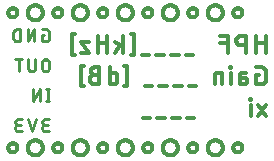
<source format=gbo>
G75*
%MOIN*%
%OFA0B0*%
%FSLAX25Y25*%
%IPPOS*%
%LPD*%
%AMOC8*
5,1,8,0,0,1.08239X$1,22.5*
%
%ADD10C,0.01000*%
%ADD11C,0.01400*%
%ADD12C,0.01200*%
D10*
X0018689Y0012000D02*
X0019800Y0012000D01*
X0018689Y0012000D02*
X0018623Y0012002D01*
X0018558Y0012008D01*
X0018492Y0012018D01*
X0018428Y0012031D01*
X0018365Y0012048D01*
X0018302Y0012070D01*
X0018241Y0012094D01*
X0018182Y0012123D01*
X0018124Y0012154D01*
X0018068Y0012190D01*
X0018015Y0012228D01*
X0017964Y0012269D01*
X0017915Y0012314D01*
X0017869Y0012361D01*
X0017826Y0012411D01*
X0017786Y0012463D01*
X0017750Y0012518D01*
X0017716Y0012575D01*
X0017686Y0012633D01*
X0017659Y0012693D01*
X0017637Y0012755D01*
X0017617Y0012818D01*
X0017602Y0012882D01*
X0017590Y0012947D01*
X0017582Y0013012D01*
X0017578Y0013078D01*
X0017578Y0013144D01*
X0017582Y0013210D01*
X0017590Y0013275D01*
X0017602Y0013340D01*
X0017617Y0013404D01*
X0017637Y0013467D01*
X0017659Y0013529D01*
X0017686Y0013589D01*
X0017716Y0013647D01*
X0017750Y0013704D01*
X0017786Y0013759D01*
X0017826Y0013811D01*
X0017869Y0013861D01*
X0017915Y0013908D01*
X0017964Y0013953D01*
X0018015Y0013994D01*
X0018068Y0014032D01*
X0018124Y0014068D01*
X0018182Y0014099D01*
X0018241Y0014128D01*
X0018302Y0014152D01*
X0018365Y0014174D01*
X0018428Y0014191D01*
X0018492Y0014204D01*
X0018558Y0014214D01*
X0018623Y0014220D01*
X0018689Y0014222D01*
X0018467Y0014222D02*
X0019356Y0014222D01*
X0018467Y0014222D02*
X0018409Y0014224D01*
X0018351Y0014230D01*
X0018294Y0014239D01*
X0018237Y0014252D01*
X0018181Y0014269D01*
X0018127Y0014290D01*
X0018074Y0014314D01*
X0018023Y0014341D01*
X0017973Y0014372D01*
X0017926Y0014406D01*
X0017881Y0014443D01*
X0017838Y0014482D01*
X0017799Y0014525D01*
X0017762Y0014570D01*
X0017728Y0014617D01*
X0017697Y0014667D01*
X0017670Y0014718D01*
X0017646Y0014771D01*
X0017625Y0014825D01*
X0017608Y0014881D01*
X0017595Y0014938D01*
X0017586Y0014995D01*
X0017580Y0015053D01*
X0017578Y0015111D01*
X0017580Y0015169D01*
X0017586Y0015227D01*
X0017595Y0015284D01*
X0017608Y0015341D01*
X0017625Y0015397D01*
X0017646Y0015451D01*
X0017670Y0015504D01*
X0017697Y0015556D01*
X0017728Y0015605D01*
X0017762Y0015652D01*
X0017799Y0015697D01*
X0017838Y0015740D01*
X0017881Y0015779D01*
X0017926Y0015816D01*
X0017973Y0015850D01*
X0018023Y0015881D01*
X0018074Y0015908D01*
X0018127Y0015932D01*
X0018181Y0015953D01*
X0018237Y0015970D01*
X0018294Y0015983D01*
X0018351Y0015992D01*
X0018409Y0015998D01*
X0018467Y0016000D01*
X0019800Y0016000D01*
X0021856Y0016000D02*
X0023189Y0012000D01*
X0024522Y0016000D01*
X0027467Y0016000D02*
X0028800Y0016000D01*
X0027467Y0016000D02*
X0027409Y0015998D01*
X0027351Y0015992D01*
X0027294Y0015983D01*
X0027237Y0015970D01*
X0027181Y0015953D01*
X0027127Y0015932D01*
X0027074Y0015908D01*
X0027023Y0015881D01*
X0026973Y0015850D01*
X0026926Y0015816D01*
X0026881Y0015779D01*
X0026838Y0015740D01*
X0026799Y0015697D01*
X0026762Y0015652D01*
X0026728Y0015605D01*
X0026697Y0015556D01*
X0026670Y0015504D01*
X0026646Y0015451D01*
X0026625Y0015397D01*
X0026608Y0015341D01*
X0026595Y0015284D01*
X0026586Y0015227D01*
X0026580Y0015169D01*
X0026578Y0015111D01*
X0026580Y0015053D01*
X0026586Y0014995D01*
X0026595Y0014938D01*
X0026608Y0014881D01*
X0026625Y0014825D01*
X0026646Y0014771D01*
X0026670Y0014718D01*
X0026697Y0014667D01*
X0026728Y0014617D01*
X0026762Y0014570D01*
X0026799Y0014525D01*
X0026838Y0014482D01*
X0026881Y0014443D01*
X0026926Y0014406D01*
X0026973Y0014372D01*
X0027023Y0014341D01*
X0027074Y0014314D01*
X0027127Y0014290D01*
X0027181Y0014269D01*
X0027237Y0014252D01*
X0027294Y0014239D01*
X0027351Y0014230D01*
X0027409Y0014224D01*
X0027467Y0014222D01*
X0028356Y0014222D01*
X0027689Y0014222D02*
X0027623Y0014220D01*
X0027558Y0014214D01*
X0027492Y0014204D01*
X0027428Y0014191D01*
X0027365Y0014174D01*
X0027302Y0014152D01*
X0027241Y0014128D01*
X0027182Y0014099D01*
X0027124Y0014068D01*
X0027068Y0014032D01*
X0027015Y0013994D01*
X0026964Y0013953D01*
X0026915Y0013908D01*
X0026869Y0013861D01*
X0026826Y0013811D01*
X0026786Y0013759D01*
X0026750Y0013704D01*
X0026716Y0013647D01*
X0026686Y0013589D01*
X0026659Y0013529D01*
X0026637Y0013467D01*
X0026617Y0013404D01*
X0026602Y0013340D01*
X0026590Y0013275D01*
X0026582Y0013210D01*
X0026578Y0013144D01*
X0026578Y0013078D01*
X0026582Y0013012D01*
X0026590Y0012947D01*
X0026602Y0012882D01*
X0026617Y0012818D01*
X0026637Y0012755D01*
X0026659Y0012693D01*
X0026686Y0012633D01*
X0026716Y0012575D01*
X0026750Y0012518D01*
X0026786Y0012463D01*
X0026826Y0012411D01*
X0026869Y0012361D01*
X0026915Y0012314D01*
X0026964Y0012269D01*
X0027015Y0012228D01*
X0027068Y0012190D01*
X0027124Y0012154D01*
X0027182Y0012123D01*
X0027241Y0012094D01*
X0027302Y0012070D01*
X0027365Y0012048D01*
X0027428Y0012031D01*
X0027492Y0012018D01*
X0027558Y0012008D01*
X0027623Y0012002D01*
X0027689Y0012000D01*
X0028800Y0012000D01*
X0028800Y0022000D02*
X0027911Y0022000D01*
X0028356Y0022000D02*
X0028356Y0026000D01*
X0028800Y0026000D02*
X0027911Y0026000D01*
X0025717Y0026000D02*
X0023494Y0022000D01*
X0023494Y0026000D01*
X0025717Y0026000D02*
X0025717Y0022000D01*
X0018689Y0032000D02*
X0018689Y0036000D01*
X0019800Y0036000D02*
X0017578Y0036000D01*
X0021928Y0036000D02*
X0021928Y0033111D01*
X0021930Y0033045D01*
X0021936Y0032980D01*
X0021946Y0032914D01*
X0021959Y0032850D01*
X0021976Y0032787D01*
X0021998Y0032724D01*
X0022022Y0032663D01*
X0022051Y0032604D01*
X0022082Y0032546D01*
X0022118Y0032490D01*
X0022156Y0032437D01*
X0022197Y0032386D01*
X0022242Y0032337D01*
X0022289Y0032291D01*
X0022339Y0032248D01*
X0022391Y0032208D01*
X0022446Y0032172D01*
X0022503Y0032138D01*
X0022561Y0032108D01*
X0022621Y0032081D01*
X0022683Y0032059D01*
X0022746Y0032039D01*
X0022810Y0032024D01*
X0022875Y0032012D01*
X0022940Y0032004D01*
X0023006Y0032000D01*
X0023072Y0032000D01*
X0023138Y0032004D01*
X0023203Y0032012D01*
X0023268Y0032024D01*
X0023332Y0032039D01*
X0023395Y0032059D01*
X0023457Y0032081D01*
X0023517Y0032108D01*
X0023575Y0032138D01*
X0023632Y0032172D01*
X0023687Y0032208D01*
X0023739Y0032248D01*
X0023789Y0032291D01*
X0023836Y0032337D01*
X0023881Y0032386D01*
X0023922Y0032437D01*
X0023960Y0032490D01*
X0023996Y0032546D01*
X0024027Y0032604D01*
X0024056Y0032663D01*
X0024080Y0032724D01*
X0024102Y0032787D01*
X0024119Y0032850D01*
X0024132Y0032914D01*
X0024142Y0032980D01*
X0024148Y0033045D01*
X0024150Y0033111D01*
X0024150Y0036000D01*
X0026578Y0034889D02*
X0026578Y0033111D01*
X0026580Y0033045D01*
X0026586Y0032980D01*
X0026596Y0032914D01*
X0026609Y0032850D01*
X0026626Y0032787D01*
X0026648Y0032724D01*
X0026672Y0032663D01*
X0026701Y0032604D01*
X0026732Y0032546D01*
X0026768Y0032490D01*
X0026806Y0032437D01*
X0026847Y0032386D01*
X0026892Y0032337D01*
X0026939Y0032291D01*
X0026989Y0032248D01*
X0027041Y0032208D01*
X0027096Y0032172D01*
X0027153Y0032138D01*
X0027211Y0032108D01*
X0027271Y0032081D01*
X0027333Y0032059D01*
X0027396Y0032039D01*
X0027460Y0032024D01*
X0027525Y0032012D01*
X0027590Y0032004D01*
X0027656Y0032000D01*
X0027722Y0032000D01*
X0027788Y0032004D01*
X0027853Y0032012D01*
X0027918Y0032024D01*
X0027982Y0032039D01*
X0028045Y0032059D01*
X0028107Y0032081D01*
X0028167Y0032108D01*
X0028225Y0032138D01*
X0028282Y0032172D01*
X0028337Y0032208D01*
X0028389Y0032248D01*
X0028439Y0032291D01*
X0028486Y0032337D01*
X0028531Y0032386D01*
X0028572Y0032437D01*
X0028610Y0032490D01*
X0028646Y0032546D01*
X0028677Y0032604D01*
X0028706Y0032663D01*
X0028730Y0032724D01*
X0028752Y0032787D01*
X0028769Y0032850D01*
X0028782Y0032914D01*
X0028792Y0032980D01*
X0028798Y0033045D01*
X0028800Y0033111D01*
X0028800Y0034889D01*
X0028798Y0034955D01*
X0028792Y0035020D01*
X0028782Y0035086D01*
X0028769Y0035150D01*
X0028752Y0035213D01*
X0028730Y0035276D01*
X0028706Y0035337D01*
X0028677Y0035396D01*
X0028646Y0035454D01*
X0028610Y0035510D01*
X0028572Y0035563D01*
X0028531Y0035614D01*
X0028486Y0035663D01*
X0028439Y0035709D01*
X0028389Y0035752D01*
X0028337Y0035792D01*
X0028282Y0035828D01*
X0028225Y0035862D01*
X0028167Y0035892D01*
X0028107Y0035919D01*
X0028045Y0035941D01*
X0027982Y0035961D01*
X0027918Y0035976D01*
X0027853Y0035988D01*
X0027788Y0035996D01*
X0027722Y0036000D01*
X0027656Y0036000D01*
X0027590Y0035996D01*
X0027525Y0035988D01*
X0027460Y0035976D01*
X0027396Y0035961D01*
X0027333Y0035941D01*
X0027271Y0035919D01*
X0027211Y0035892D01*
X0027153Y0035862D01*
X0027096Y0035828D01*
X0027041Y0035792D01*
X0026989Y0035752D01*
X0026939Y0035709D01*
X0026892Y0035663D01*
X0026847Y0035614D01*
X0026806Y0035563D01*
X0026768Y0035510D01*
X0026732Y0035454D01*
X0026701Y0035396D01*
X0026672Y0035337D01*
X0026648Y0035276D01*
X0026626Y0035213D01*
X0026609Y0035150D01*
X0026596Y0035086D01*
X0026586Y0035020D01*
X0026580Y0034955D01*
X0026578Y0034889D01*
X0026578Y0042000D02*
X0027911Y0042000D01*
X0027969Y0042002D01*
X0028027Y0042008D01*
X0028084Y0042017D01*
X0028141Y0042030D01*
X0028197Y0042047D01*
X0028251Y0042068D01*
X0028304Y0042092D01*
X0028356Y0042119D01*
X0028405Y0042150D01*
X0028452Y0042184D01*
X0028497Y0042221D01*
X0028540Y0042260D01*
X0028579Y0042303D01*
X0028616Y0042348D01*
X0028650Y0042395D01*
X0028681Y0042445D01*
X0028708Y0042496D01*
X0028732Y0042549D01*
X0028753Y0042603D01*
X0028770Y0042659D01*
X0028783Y0042716D01*
X0028792Y0042773D01*
X0028798Y0042831D01*
X0028800Y0042889D01*
X0028800Y0045111D01*
X0028798Y0045169D01*
X0028792Y0045227D01*
X0028783Y0045284D01*
X0028770Y0045341D01*
X0028753Y0045397D01*
X0028732Y0045451D01*
X0028708Y0045504D01*
X0028681Y0045556D01*
X0028650Y0045605D01*
X0028616Y0045652D01*
X0028579Y0045697D01*
X0028540Y0045740D01*
X0028497Y0045779D01*
X0028452Y0045816D01*
X0028405Y0045850D01*
X0028356Y0045881D01*
X0028304Y0045908D01*
X0028251Y0045932D01*
X0028197Y0045953D01*
X0028141Y0045970D01*
X0028084Y0045983D01*
X0028027Y0045992D01*
X0027969Y0045998D01*
X0027911Y0046000D01*
X0026578Y0046000D01*
X0026578Y0044222D02*
X0026578Y0042000D01*
X0024000Y0042000D02*
X0024000Y0046000D01*
X0021778Y0042000D01*
X0021778Y0046000D01*
X0019200Y0046000D02*
X0018089Y0046000D01*
X0019200Y0046000D02*
X0019200Y0042000D01*
X0018089Y0042000D01*
X0018024Y0042002D01*
X0017960Y0042008D01*
X0017896Y0042017D01*
X0017833Y0042030D01*
X0017770Y0042047D01*
X0017709Y0042067D01*
X0017649Y0042091D01*
X0017590Y0042118D01*
X0017533Y0042149D01*
X0017478Y0042183D01*
X0017426Y0042220D01*
X0017375Y0042260D01*
X0017327Y0042303D01*
X0017281Y0042349D01*
X0017238Y0042397D01*
X0017198Y0042448D01*
X0017161Y0042500D01*
X0017127Y0042556D01*
X0017096Y0042612D01*
X0017069Y0042671D01*
X0017045Y0042731D01*
X0017025Y0042792D01*
X0017008Y0042855D01*
X0016995Y0042918D01*
X0016986Y0042982D01*
X0016980Y0043046D01*
X0016978Y0043111D01*
X0016978Y0044889D01*
X0016980Y0044954D01*
X0016986Y0045018D01*
X0016995Y0045082D01*
X0017008Y0045145D01*
X0017025Y0045208D01*
X0017045Y0045269D01*
X0017069Y0045329D01*
X0017096Y0045388D01*
X0017127Y0045445D01*
X0017161Y0045500D01*
X0017198Y0045552D01*
X0017238Y0045603D01*
X0017281Y0045651D01*
X0017327Y0045697D01*
X0017375Y0045740D01*
X0017426Y0045780D01*
X0017478Y0045817D01*
X0017534Y0045851D01*
X0017590Y0045882D01*
X0017649Y0045909D01*
X0017709Y0045933D01*
X0017770Y0045953D01*
X0017833Y0045970D01*
X0017896Y0045983D01*
X0017960Y0045992D01*
X0018024Y0045998D01*
X0018089Y0046000D01*
X0026578Y0044222D02*
X0027244Y0044222D01*
D11*
X0036557Y0044422D02*
X0036557Y0037578D01*
X0037490Y0037578D01*
X0039632Y0038200D02*
X0042121Y0038200D01*
X0039632Y0041933D01*
X0042121Y0041933D01*
X0045064Y0041311D02*
X0048175Y0041311D01*
X0050999Y0041933D02*
X0053488Y0040067D01*
X0052399Y0040844D02*
X0050999Y0038200D01*
X0053488Y0038200D02*
X0053488Y0043800D01*
X0056160Y0044422D02*
X0057093Y0044422D01*
X0057093Y0037578D01*
X0056160Y0037578D01*
X0059735Y0037578D02*
X0062224Y0037578D01*
X0064658Y0037578D02*
X0067147Y0037578D01*
X0069581Y0037578D02*
X0072070Y0037578D01*
X0074504Y0037578D02*
X0076993Y0037578D01*
X0085872Y0041311D02*
X0088360Y0041311D01*
X0088360Y0043800D02*
X0085872Y0043800D01*
X0088360Y0043800D02*
X0088360Y0038200D01*
X0092830Y0040689D02*
X0094385Y0040689D01*
X0092830Y0040688D02*
X0092752Y0040690D01*
X0092675Y0040696D01*
X0092598Y0040705D01*
X0092522Y0040719D01*
X0092446Y0040736D01*
X0092371Y0040757D01*
X0092298Y0040782D01*
X0092226Y0040810D01*
X0092155Y0040842D01*
X0092086Y0040877D01*
X0092019Y0040916D01*
X0091953Y0040958D01*
X0091890Y0041004D01*
X0091830Y0041052D01*
X0091772Y0041103D01*
X0091716Y0041158D01*
X0091663Y0041214D01*
X0091613Y0041274D01*
X0091567Y0041336D01*
X0091523Y0041400D01*
X0091482Y0041466D01*
X0091445Y0041534D01*
X0091412Y0041604D01*
X0091382Y0041676D01*
X0091355Y0041748D01*
X0091332Y0041823D01*
X0091313Y0041898D01*
X0091298Y0041974D01*
X0091286Y0042051D01*
X0091278Y0042128D01*
X0091274Y0042205D01*
X0091274Y0042283D01*
X0091278Y0042360D01*
X0091286Y0042437D01*
X0091298Y0042514D01*
X0091313Y0042590D01*
X0091332Y0042665D01*
X0091355Y0042740D01*
X0091382Y0042812D01*
X0091412Y0042884D01*
X0091445Y0042954D01*
X0091482Y0043022D01*
X0091523Y0043088D01*
X0091567Y0043152D01*
X0091613Y0043214D01*
X0091663Y0043274D01*
X0091716Y0043330D01*
X0091772Y0043385D01*
X0091830Y0043436D01*
X0091890Y0043484D01*
X0091953Y0043530D01*
X0092019Y0043572D01*
X0092086Y0043611D01*
X0092155Y0043646D01*
X0092226Y0043678D01*
X0092298Y0043706D01*
X0092371Y0043731D01*
X0092446Y0043752D01*
X0092522Y0043769D01*
X0092598Y0043783D01*
X0092675Y0043792D01*
X0092752Y0043798D01*
X0092830Y0043800D01*
X0094385Y0043800D01*
X0094385Y0038200D01*
X0097989Y0038200D02*
X0097989Y0043800D01*
X0101100Y0043800D02*
X0101100Y0038200D01*
X0101100Y0041311D02*
X0097989Y0041311D01*
X0097989Y0033300D02*
X0099856Y0033300D01*
X0099926Y0033298D01*
X0099995Y0033292D01*
X0100064Y0033282D01*
X0100133Y0033269D01*
X0100200Y0033251D01*
X0100267Y0033230D01*
X0100332Y0033205D01*
X0100396Y0033177D01*
X0100458Y0033145D01*
X0100518Y0033109D01*
X0100576Y0033071D01*
X0100632Y0033029D01*
X0100685Y0032984D01*
X0100736Y0032936D01*
X0100784Y0032885D01*
X0100829Y0032832D01*
X0100871Y0032776D01*
X0100909Y0032718D01*
X0100945Y0032658D01*
X0100977Y0032596D01*
X0101005Y0032532D01*
X0101030Y0032467D01*
X0101051Y0032400D01*
X0101069Y0032333D01*
X0101082Y0032264D01*
X0101092Y0032195D01*
X0101098Y0032126D01*
X0101100Y0032056D01*
X0101100Y0028944D01*
X0101098Y0028874D01*
X0101092Y0028805D01*
X0101082Y0028736D01*
X0101069Y0028667D01*
X0101051Y0028600D01*
X0101030Y0028533D01*
X0101005Y0028468D01*
X0100977Y0028404D01*
X0100945Y0028342D01*
X0100909Y0028282D01*
X0100871Y0028224D01*
X0100829Y0028168D01*
X0100784Y0028115D01*
X0100736Y0028064D01*
X0100685Y0028016D01*
X0100632Y0027971D01*
X0100576Y0027929D01*
X0100518Y0027891D01*
X0100458Y0027855D01*
X0100396Y0027823D01*
X0100332Y0027795D01*
X0100267Y0027770D01*
X0100200Y0027749D01*
X0100133Y0027731D01*
X0100064Y0027718D01*
X0099995Y0027708D01*
X0099926Y0027702D01*
X0099856Y0027700D01*
X0097989Y0027700D01*
X0097989Y0030811D01*
X0098922Y0030811D01*
X0094581Y0031433D02*
X0093337Y0031433D01*
X0093278Y0031431D01*
X0093220Y0031426D01*
X0093162Y0031416D01*
X0093105Y0031404D01*
X0093049Y0031387D01*
X0092994Y0031367D01*
X0092940Y0031344D01*
X0092888Y0031318D01*
X0092837Y0031288D01*
X0092789Y0031255D01*
X0092742Y0031219D01*
X0092698Y0031180D01*
X0092657Y0031139D01*
X0092618Y0031095D01*
X0092582Y0031048D01*
X0092549Y0031000D01*
X0092519Y0030949D01*
X0092493Y0030897D01*
X0092470Y0030843D01*
X0092450Y0030788D01*
X0092433Y0030732D01*
X0092421Y0030675D01*
X0092411Y0030617D01*
X0092406Y0030559D01*
X0092404Y0030500D01*
X0092403Y0030500D02*
X0092403Y0027700D01*
X0093803Y0027700D01*
X0093868Y0027702D01*
X0093932Y0027708D01*
X0093996Y0027717D01*
X0094059Y0027730D01*
X0094121Y0027747D01*
X0094182Y0027768D01*
X0094242Y0027792D01*
X0094300Y0027820D01*
X0094357Y0027851D01*
X0094411Y0027886D01*
X0094464Y0027923D01*
X0094514Y0027964D01*
X0094562Y0028008D01*
X0094607Y0028054D01*
X0094649Y0028103D01*
X0094688Y0028154D01*
X0094724Y0028208D01*
X0094757Y0028263D01*
X0094786Y0028321D01*
X0094812Y0028380D01*
X0094835Y0028440D01*
X0094853Y0028502D01*
X0094869Y0028565D01*
X0094880Y0028628D01*
X0094888Y0028692D01*
X0094892Y0028757D01*
X0094892Y0028821D01*
X0094888Y0028886D01*
X0094880Y0028950D01*
X0094869Y0029013D01*
X0094853Y0029076D01*
X0094835Y0029138D01*
X0094812Y0029198D01*
X0094786Y0029257D01*
X0094757Y0029315D01*
X0094724Y0029370D01*
X0094688Y0029424D01*
X0094649Y0029475D01*
X0094607Y0029524D01*
X0094562Y0029570D01*
X0094514Y0029614D01*
X0094464Y0029655D01*
X0094411Y0029692D01*
X0094357Y0029727D01*
X0094300Y0029758D01*
X0094242Y0029786D01*
X0094182Y0029810D01*
X0094121Y0029831D01*
X0094059Y0029848D01*
X0093996Y0029861D01*
X0093932Y0029870D01*
X0093868Y0029876D01*
X0093803Y0029878D01*
X0092403Y0029878D01*
X0089493Y0031433D02*
X0089493Y0027700D01*
X0086635Y0027700D02*
X0086635Y0031433D01*
X0085079Y0031433D01*
X0085018Y0031431D01*
X0084957Y0031425D01*
X0084897Y0031415D01*
X0084838Y0031401D01*
X0084779Y0031383D01*
X0084722Y0031362D01*
X0084666Y0031337D01*
X0084613Y0031308D01*
X0084561Y0031276D01*
X0084511Y0031240D01*
X0084464Y0031201D01*
X0084419Y0031160D01*
X0084378Y0031115D01*
X0084339Y0031068D01*
X0084303Y0031018D01*
X0084271Y0030967D01*
X0084242Y0030913D01*
X0084217Y0030857D01*
X0084196Y0030800D01*
X0084178Y0030741D01*
X0084164Y0030682D01*
X0084154Y0030622D01*
X0084148Y0030561D01*
X0084146Y0030500D01*
X0084146Y0027700D01*
X0078019Y0027078D02*
X0075530Y0027078D01*
X0073096Y0027078D02*
X0070607Y0027078D01*
X0068173Y0027078D02*
X0065684Y0027078D01*
X0063249Y0027078D02*
X0060761Y0027078D01*
X0054837Y0027078D02*
X0054837Y0033922D01*
X0053903Y0033922D01*
X0050676Y0031433D02*
X0049120Y0031433D01*
X0050676Y0031433D02*
X0050735Y0031431D01*
X0050793Y0031426D01*
X0050851Y0031416D01*
X0050908Y0031404D01*
X0050964Y0031387D01*
X0051019Y0031367D01*
X0051073Y0031344D01*
X0051125Y0031318D01*
X0051176Y0031288D01*
X0051224Y0031255D01*
X0051271Y0031219D01*
X0051315Y0031180D01*
X0051356Y0031139D01*
X0051395Y0031095D01*
X0051431Y0031048D01*
X0051464Y0031000D01*
X0051494Y0030949D01*
X0051520Y0030897D01*
X0051543Y0030843D01*
X0051563Y0030788D01*
X0051580Y0030732D01*
X0051592Y0030675D01*
X0051602Y0030617D01*
X0051607Y0030559D01*
X0051609Y0030500D01*
X0051609Y0028633D01*
X0051607Y0028574D01*
X0051602Y0028516D01*
X0051592Y0028458D01*
X0051580Y0028401D01*
X0051563Y0028345D01*
X0051543Y0028290D01*
X0051520Y0028236D01*
X0051494Y0028184D01*
X0051464Y0028133D01*
X0051431Y0028085D01*
X0051395Y0028038D01*
X0051356Y0027994D01*
X0051315Y0027953D01*
X0051271Y0027914D01*
X0051224Y0027878D01*
X0051176Y0027845D01*
X0051125Y0027815D01*
X0051073Y0027789D01*
X0051019Y0027766D01*
X0050964Y0027746D01*
X0050908Y0027729D01*
X0050851Y0027717D01*
X0050793Y0027707D01*
X0050735Y0027702D01*
X0050676Y0027700D01*
X0049120Y0027700D01*
X0049120Y0033300D01*
X0045563Y0033300D02*
X0044008Y0033300D01*
X0043938Y0033298D01*
X0043869Y0033292D01*
X0043800Y0033282D01*
X0043731Y0033269D01*
X0043664Y0033251D01*
X0043597Y0033230D01*
X0043532Y0033205D01*
X0043468Y0033177D01*
X0043406Y0033145D01*
X0043346Y0033109D01*
X0043288Y0033071D01*
X0043232Y0033029D01*
X0043179Y0032984D01*
X0043128Y0032936D01*
X0043080Y0032885D01*
X0043035Y0032832D01*
X0042993Y0032776D01*
X0042955Y0032718D01*
X0042919Y0032658D01*
X0042887Y0032596D01*
X0042859Y0032532D01*
X0042834Y0032467D01*
X0042813Y0032400D01*
X0042795Y0032333D01*
X0042782Y0032264D01*
X0042772Y0032195D01*
X0042766Y0032126D01*
X0042764Y0032056D01*
X0042766Y0031986D01*
X0042772Y0031917D01*
X0042782Y0031848D01*
X0042795Y0031779D01*
X0042813Y0031712D01*
X0042834Y0031645D01*
X0042859Y0031580D01*
X0042887Y0031516D01*
X0042919Y0031454D01*
X0042955Y0031394D01*
X0042993Y0031336D01*
X0043035Y0031280D01*
X0043080Y0031227D01*
X0043128Y0031176D01*
X0043179Y0031128D01*
X0043232Y0031083D01*
X0043288Y0031041D01*
X0043346Y0031003D01*
X0043406Y0030967D01*
X0043468Y0030935D01*
X0043532Y0030907D01*
X0043597Y0030882D01*
X0043664Y0030861D01*
X0043731Y0030843D01*
X0043800Y0030830D01*
X0043869Y0030820D01*
X0043938Y0030814D01*
X0044008Y0030812D01*
X0044008Y0030811D02*
X0045563Y0030811D01*
X0044008Y0030812D02*
X0043930Y0030810D01*
X0043853Y0030804D01*
X0043776Y0030795D01*
X0043700Y0030781D01*
X0043624Y0030764D01*
X0043549Y0030743D01*
X0043476Y0030718D01*
X0043404Y0030690D01*
X0043333Y0030658D01*
X0043264Y0030623D01*
X0043197Y0030584D01*
X0043131Y0030542D01*
X0043068Y0030496D01*
X0043008Y0030448D01*
X0042950Y0030397D01*
X0042894Y0030342D01*
X0042841Y0030286D01*
X0042791Y0030226D01*
X0042745Y0030164D01*
X0042701Y0030100D01*
X0042660Y0030034D01*
X0042623Y0029966D01*
X0042590Y0029896D01*
X0042560Y0029824D01*
X0042533Y0029752D01*
X0042510Y0029677D01*
X0042491Y0029602D01*
X0042476Y0029526D01*
X0042464Y0029449D01*
X0042456Y0029372D01*
X0042452Y0029295D01*
X0042452Y0029217D01*
X0042456Y0029140D01*
X0042464Y0029063D01*
X0042476Y0028986D01*
X0042491Y0028910D01*
X0042510Y0028835D01*
X0042533Y0028760D01*
X0042560Y0028688D01*
X0042590Y0028616D01*
X0042623Y0028546D01*
X0042660Y0028478D01*
X0042701Y0028412D01*
X0042745Y0028348D01*
X0042791Y0028286D01*
X0042841Y0028226D01*
X0042894Y0028170D01*
X0042950Y0028115D01*
X0043008Y0028064D01*
X0043068Y0028016D01*
X0043131Y0027970D01*
X0043197Y0027928D01*
X0043264Y0027889D01*
X0043333Y0027854D01*
X0043404Y0027822D01*
X0043476Y0027794D01*
X0043549Y0027769D01*
X0043624Y0027748D01*
X0043700Y0027731D01*
X0043776Y0027717D01*
X0043853Y0027708D01*
X0043930Y0027702D01*
X0044008Y0027700D01*
X0045563Y0027700D01*
X0045563Y0033300D01*
X0040362Y0033922D02*
X0039429Y0033922D01*
X0039429Y0027078D01*
X0040362Y0027078D01*
X0053903Y0027078D02*
X0054837Y0027078D01*
X0060046Y0016578D02*
X0062535Y0016578D01*
X0064969Y0016578D02*
X0067458Y0016578D01*
X0069892Y0016578D02*
X0072381Y0016578D01*
X0074816Y0016578D02*
X0077305Y0016578D01*
X0096163Y0017200D02*
X0096163Y0020933D01*
X0096008Y0022489D02*
X0096319Y0022489D01*
X0096319Y0022800D01*
X0096008Y0022800D01*
X0096008Y0022489D01*
X0098611Y0020933D02*
X0101100Y0017200D01*
X0098611Y0017200D02*
X0101100Y0020933D01*
X0089648Y0032989D02*
X0089337Y0032989D01*
X0089337Y0033300D01*
X0089648Y0033300D01*
X0089648Y0032989D01*
X0048175Y0038200D02*
X0048175Y0043800D01*
X0045064Y0043800D02*
X0045064Y0038200D01*
X0037490Y0044422D02*
X0036557Y0044422D01*
D12*
X0015300Y0006500D02*
X0015302Y0006577D01*
X0015308Y0006654D01*
X0015318Y0006731D01*
X0015332Y0006807D01*
X0015349Y0006882D01*
X0015371Y0006956D01*
X0015396Y0007029D01*
X0015426Y0007101D01*
X0015458Y0007171D01*
X0015495Y0007239D01*
X0015534Y0007305D01*
X0015577Y0007369D01*
X0015624Y0007431D01*
X0015673Y0007490D01*
X0015726Y0007547D01*
X0015781Y0007601D01*
X0015839Y0007652D01*
X0015900Y0007700D01*
X0015963Y0007745D01*
X0016028Y0007786D01*
X0016095Y0007824D01*
X0016164Y0007859D01*
X0016235Y0007889D01*
X0016307Y0007917D01*
X0016381Y0007940D01*
X0016455Y0007960D01*
X0016531Y0007976D01*
X0016607Y0007988D01*
X0016684Y0007996D01*
X0016761Y0008000D01*
X0016839Y0008000D01*
X0016916Y0007996D01*
X0016993Y0007988D01*
X0017069Y0007976D01*
X0017145Y0007960D01*
X0017219Y0007940D01*
X0017293Y0007917D01*
X0017365Y0007889D01*
X0017436Y0007859D01*
X0017505Y0007824D01*
X0017572Y0007786D01*
X0017637Y0007745D01*
X0017700Y0007700D01*
X0017761Y0007652D01*
X0017819Y0007601D01*
X0017874Y0007547D01*
X0017927Y0007490D01*
X0017976Y0007431D01*
X0018023Y0007369D01*
X0018066Y0007305D01*
X0018105Y0007239D01*
X0018142Y0007171D01*
X0018174Y0007101D01*
X0018204Y0007029D01*
X0018229Y0006956D01*
X0018251Y0006882D01*
X0018268Y0006807D01*
X0018282Y0006731D01*
X0018292Y0006654D01*
X0018298Y0006577D01*
X0018300Y0006500D01*
X0018298Y0006423D01*
X0018292Y0006346D01*
X0018282Y0006269D01*
X0018268Y0006193D01*
X0018251Y0006118D01*
X0018229Y0006044D01*
X0018204Y0005971D01*
X0018174Y0005899D01*
X0018142Y0005829D01*
X0018105Y0005761D01*
X0018066Y0005695D01*
X0018023Y0005631D01*
X0017976Y0005569D01*
X0017927Y0005510D01*
X0017874Y0005453D01*
X0017819Y0005399D01*
X0017761Y0005348D01*
X0017700Y0005300D01*
X0017637Y0005255D01*
X0017572Y0005214D01*
X0017505Y0005176D01*
X0017436Y0005141D01*
X0017365Y0005111D01*
X0017293Y0005083D01*
X0017219Y0005060D01*
X0017145Y0005040D01*
X0017069Y0005024D01*
X0016993Y0005012D01*
X0016916Y0005004D01*
X0016839Y0005000D01*
X0016761Y0005000D01*
X0016684Y0005004D01*
X0016607Y0005012D01*
X0016531Y0005024D01*
X0016455Y0005040D01*
X0016381Y0005060D01*
X0016307Y0005083D01*
X0016235Y0005111D01*
X0016164Y0005141D01*
X0016095Y0005176D01*
X0016028Y0005214D01*
X0015963Y0005255D01*
X0015900Y0005300D01*
X0015839Y0005348D01*
X0015781Y0005399D01*
X0015726Y0005453D01*
X0015673Y0005510D01*
X0015624Y0005569D01*
X0015577Y0005631D01*
X0015534Y0005695D01*
X0015495Y0005761D01*
X0015458Y0005829D01*
X0015426Y0005899D01*
X0015396Y0005971D01*
X0015371Y0006044D01*
X0015349Y0006118D01*
X0015332Y0006193D01*
X0015318Y0006269D01*
X0015308Y0006346D01*
X0015302Y0006423D01*
X0015300Y0006500D01*
X0021800Y0006500D02*
X0021802Y0006599D01*
X0021808Y0006699D01*
X0021818Y0006798D01*
X0021832Y0006896D01*
X0021849Y0006994D01*
X0021871Y0007091D01*
X0021896Y0007187D01*
X0021925Y0007282D01*
X0021958Y0007376D01*
X0021995Y0007468D01*
X0022035Y0007559D01*
X0022079Y0007648D01*
X0022127Y0007736D01*
X0022178Y0007821D01*
X0022232Y0007904D01*
X0022289Y0007986D01*
X0022350Y0008064D01*
X0022414Y0008141D01*
X0022480Y0008214D01*
X0022550Y0008285D01*
X0022622Y0008353D01*
X0022697Y0008419D01*
X0022775Y0008481D01*
X0022855Y0008540D01*
X0022937Y0008596D01*
X0023021Y0008648D01*
X0023108Y0008697D01*
X0023196Y0008743D01*
X0023286Y0008785D01*
X0023378Y0008824D01*
X0023471Y0008859D01*
X0023565Y0008890D01*
X0023661Y0008917D01*
X0023758Y0008940D01*
X0023855Y0008960D01*
X0023953Y0008976D01*
X0024052Y0008988D01*
X0024151Y0008996D01*
X0024250Y0009000D01*
X0024350Y0009000D01*
X0024449Y0008996D01*
X0024548Y0008988D01*
X0024647Y0008976D01*
X0024745Y0008960D01*
X0024842Y0008940D01*
X0024939Y0008917D01*
X0025035Y0008890D01*
X0025129Y0008859D01*
X0025222Y0008824D01*
X0025314Y0008785D01*
X0025404Y0008743D01*
X0025492Y0008697D01*
X0025579Y0008648D01*
X0025663Y0008596D01*
X0025745Y0008540D01*
X0025825Y0008481D01*
X0025903Y0008419D01*
X0025978Y0008353D01*
X0026050Y0008285D01*
X0026120Y0008214D01*
X0026186Y0008141D01*
X0026250Y0008064D01*
X0026311Y0007986D01*
X0026368Y0007904D01*
X0026422Y0007821D01*
X0026473Y0007736D01*
X0026521Y0007648D01*
X0026565Y0007559D01*
X0026605Y0007468D01*
X0026642Y0007376D01*
X0026675Y0007282D01*
X0026704Y0007187D01*
X0026729Y0007091D01*
X0026751Y0006994D01*
X0026768Y0006896D01*
X0026782Y0006798D01*
X0026792Y0006699D01*
X0026798Y0006599D01*
X0026800Y0006500D01*
X0026798Y0006401D01*
X0026792Y0006301D01*
X0026782Y0006202D01*
X0026768Y0006104D01*
X0026751Y0006006D01*
X0026729Y0005909D01*
X0026704Y0005813D01*
X0026675Y0005718D01*
X0026642Y0005624D01*
X0026605Y0005532D01*
X0026565Y0005441D01*
X0026521Y0005352D01*
X0026473Y0005264D01*
X0026422Y0005179D01*
X0026368Y0005096D01*
X0026311Y0005014D01*
X0026250Y0004936D01*
X0026186Y0004859D01*
X0026120Y0004786D01*
X0026050Y0004715D01*
X0025978Y0004647D01*
X0025903Y0004581D01*
X0025825Y0004519D01*
X0025745Y0004460D01*
X0025663Y0004404D01*
X0025579Y0004352D01*
X0025492Y0004303D01*
X0025404Y0004257D01*
X0025314Y0004215D01*
X0025222Y0004176D01*
X0025129Y0004141D01*
X0025035Y0004110D01*
X0024939Y0004083D01*
X0024842Y0004060D01*
X0024745Y0004040D01*
X0024647Y0004024D01*
X0024548Y0004012D01*
X0024449Y0004004D01*
X0024350Y0004000D01*
X0024250Y0004000D01*
X0024151Y0004004D01*
X0024052Y0004012D01*
X0023953Y0004024D01*
X0023855Y0004040D01*
X0023758Y0004060D01*
X0023661Y0004083D01*
X0023565Y0004110D01*
X0023471Y0004141D01*
X0023378Y0004176D01*
X0023286Y0004215D01*
X0023196Y0004257D01*
X0023108Y0004303D01*
X0023021Y0004352D01*
X0022937Y0004404D01*
X0022855Y0004460D01*
X0022775Y0004519D01*
X0022697Y0004581D01*
X0022622Y0004647D01*
X0022550Y0004715D01*
X0022480Y0004786D01*
X0022414Y0004859D01*
X0022350Y0004936D01*
X0022289Y0005014D01*
X0022232Y0005096D01*
X0022178Y0005179D01*
X0022127Y0005264D01*
X0022079Y0005352D01*
X0022035Y0005441D01*
X0021995Y0005532D01*
X0021958Y0005624D01*
X0021925Y0005718D01*
X0021896Y0005813D01*
X0021871Y0005909D01*
X0021849Y0006006D01*
X0021832Y0006104D01*
X0021818Y0006202D01*
X0021808Y0006301D01*
X0021802Y0006401D01*
X0021800Y0006500D01*
X0030300Y0006500D02*
X0030302Y0006577D01*
X0030308Y0006654D01*
X0030318Y0006731D01*
X0030332Y0006807D01*
X0030349Y0006882D01*
X0030371Y0006956D01*
X0030396Y0007029D01*
X0030426Y0007101D01*
X0030458Y0007171D01*
X0030495Y0007239D01*
X0030534Y0007305D01*
X0030577Y0007369D01*
X0030624Y0007431D01*
X0030673Y0007490D01*
X0030726Y0007547D01*
X0030781Y0007601D01*
X0030839Y0007652D01*
X0030900Y0007700D01*
X0030963Y0007745D01*
X0031028Y0007786D01*
X0031095Y0007824D01*
X0031164Y0007859D01*
X0031235Y0007889D01*
X0031307Y0007917D01*
X0031381Y0007940D01*
X0031455Y0007960D01*
X0031531Y0007976D01*
X0031607Y0007988D01*
X0031684Y0007996D01*
X0031761Y0008000D01*
X0031839Y0008000D01*
X0031916Y0007996D01*
X0031993Y0007988D01*
X0032069Y0007976D01*
X0032145Y0007960D01*
X0032219Y0007940D01*
X0032293Y0007917D01*
X0032365Y0007889D01*
X0032436Y0007859D01*
X0032505Y0007824D01*
X0032572Y0007786D01*
X0032637Y0007745D01*
X0032700Y0007700D01*
X0032761Y0007652D01*
X0032819Y0007601D01*
X0032874Y0007547D01*
X0032927Y0007490D01*
X0032976Y0007431D01*
X0033023Y0007369D01*
X0033066Y0007305D01*
X0033105Y0007239D01*
X0033142Y0007171D01*
X0033174Y0007101D01*
X0033204Y0007029D01*
X0033229Y0006956D01*
X0033251Y0006882D01*
X0033268Y0006807D01*
X0033282Y0006731D01*
X0033292Y0006654D01*
X0033298Y0006577D01*
X0033300Y0006500D01*
X0033298Y0006423D01*
X0033292Y0006346D01*
X0033282Y0006269D01*
X0033268Y0006193D01*
X0033251Y0006118D01*
X0033229Y0006044D01*
X0033204Y0005971D01*
X0033174Y0005899D01*
X0033142Y0005829D01*
X0033105Y0005761D01*
X0033066Y0005695D01*
X0033023Y0005631D01*
X0032976Y0005569D01*
X0032927Y0005510D01*
X0032874Y0005453D01*
X0032819Y0005399D01*
X0032761Y0005348D01*
X0032700Y0005300D01*
X0032637Y0005255D01*
X0032572Y0005214D01*
X0032505Y0005176D01*
X0032436Y0005141D01*
X0032365Y0005111D01*
X0032293Y0005083D01*
X0032219Y0005060D01*
X0032145Y0005040D01*
X0032069Y0005024D01*
X0031993Y0005012D01*
X0031916Y0005004D01*
X0031839Y0005000D01*
X0031761Y0005000D01*
X0031684Y0005004D01*
X0031607Y0005012D01*
X0031531Y0005024D01*
X0031455Y0005040D01*
X0031381Y0005060D01*
X0031307Y0005083D01*
X0031235Y0005111D01*
X0031164Y0005141D01*
X0031095Y0005176D01*
X0031028Y0005214D01*
X0030963Y0005255D01*
X0030900Y0005300D01*
X0030839Y0005348D01*
X0030781Y0005399D01*
X0030726Y0005453D01*
X0030673Y0005510D01*
X0030624Y0005569D01*
X0030577Y0005631D01*
X0030534Y0005695D01*
X0030495Y0005761D01*
X0030458Y0005829D01*
X0030426Y0005899D01*
X0030396Y0005971D01*
X0030371Y0006044D01*
X0030349Y0006118D01*
X0030332Y0006193D01*
X0030318Y0006269D01*
X0030308Y0006346D01*
X0030302Y0006423D01*
X0030300Y0006500D01*
X0036800Y0006500D02*
X0036802Y0006599D01*
X0036808Y0006699D01*
X0036818Y0006798D01*
X0036832Y0006896D01*
X0036849Y0006994D01*
X0036871Y0007091D01*
X0036896Y0007187D01*
X0036925Y0007282D01*
X0036958Y0007376D01*
X0036995Y0007468D01*
X0037035Y0007559D01*
X0037079Y0007648D01*
X0037127Y0007736D01*
X0037178Y0007821D01*
X0037232Y0007904D01*
X0037289Y0007986D01*
X0037350Y0008064D01*
X0037414Y0008141D01*
X0037480Y0008214D01*
X0037550Y0008285D01*
X0037622Y0008353D01*
X0037697Y0008419D01*
X0037775Y0008481D01*
X0037855Y0008540D01*
X0037937Y0008596D01*
X0038021Y0008648D01*
X0038108Y0008697D01*
X0038196Y0008743D01*
X0038286Y0008785D01*
X0038378Y0008824D01*
X0038471Y0008859D01*
X0038565Y0008890D01*
X0038661Y0008917D01*
X0038758Y0008940D01*
X0038855Y0008960D01*
X0038953Y0008976D01*
X0039052Y0008988D01*
X0039151Y0008996D01*
X0039250Y0009000D01*
X0039350Y0009000D01*
X0039449Y0008996D01*
X0039548Y0008988D01*
X0039647Y0008976D01*
X0039745Y0008960D01*
X0039842Y0008940D01*
X0039939Y0008917D01*
X0040035Y0008890D01*
X0040129Y0008859D01*
X0040222Y0008824D01*
X0040314Y0008785D01*
X0040404Y0008743D01*
X0040492Y0008697D01*
X0040579Y0008648D01*
X0040663Y0008596D01*
X0040745Y0008540D01*
X0040825Y0008481D01*
X0040903Y0008419D01*
X0040978Y0008353D01*
X0041050Y0008285D01*
X0041120Y0008214D01*
X0041186Y0008141D01*
X0041250Y0008064D01*
X0041311Y0007986D01*
X0041368Y0007904D01*
X0041422Y0007821D01*
X0041473Y0007736D01*
X0041521Y0007648D01*
X0041565Y0007559D01*
X0041605Y0007468D01*
X0041642Y0007376D01*
X0041675Y0007282D01*
X0041704Y0007187D01*
X0041729Y0007091D01*
X0041751Y0006994D01*
X0041768Y0006896D01*
X0041782Y0006798D01*
X0041792Y0006699D01*
X0041798Y0006599D01*
X0041800Y0006500D01*
X0041798Y0006401D01*
X0041792Y0006301D01*
X0041782Y0006202D01*
X0041768Y0006104D01*
X0041751Y0006006D01*
X0041729Y0005909D01*
X0041704Y0005813D01*
X0041675Y0005718D01*
X0041642Y0005624D01*
X0041605Y0005532D01*
X0041565Y0005441D01*
X0041521Y0005352D01*
X0041473Y0005264D01*
X0041422Y0005179D01*
X0041368Y0005096D01*
X0041311Y0005014D01*
X0041250Y0004936D01*
X0041186Y0004859D01*
X0041120Y0004786D01*
X0041050Y0004715D01*
X0040978Y0004647D01*
X0040903Y0004581D01*
X0040825Y0004519D01*
X0040745Y0004460D01*
X0040663Y0004404D01*
X0040579Y0004352D01*
X0040492Y0004303D01*
X0040404Y0004257D01*
X0040314Y0004215D01*
X0040222Y0004176D01*
X0040129Y0004141D01*
X0040035Y0004110D01*
X0039939Y0004083D01*
X0039842Y0004060D01*
X0039745Y0004040D01*
X0039647Y0004024D01*
X0039548Y0004012D01*
X0039449Y0004004D01*
X0039350Y0004000D01*
X0039250Y0004000D01*
X0039151Y0004004D01*
X0039052Y0004012D01*
X0038953Y0004024D01*
X0038855Y0004040D01*
X0038758Y0004060D01*
X0038661Y0004083D01*
X0038565Y0004110D01*
X0038471Y0004141D01*
X0038378Y0004176D01*
X0038286Y0004215D01*
X0038196Y0004257D01*
X0038108Y0004303D01*
X0038021Y0004352D01*
X0037937Y0004404D01*
X0037855Y0004460D01*
X0037775Y0004519D01*
X0037697Y0004581D01*
X0037622Y0004647D01*
X0037550Y0004715D01*
X0037480Y0004786D01*
X0037414Y0004859D01*
X0037350Y0004936D01*
X0037289Y0005014D01*
X0037232Y0005096D01*
X0037178Y0005179D01*
X0037127Y0005264D01*
X0037079Y0005352D01*
X0037035Y0005441D01*
X0036995Y0005532D01*
X0036958Y0005624D01*
X0036925Y0005718D01*
X0036896Y0005813D01*
X0036871Y0005909D01*
X0036849Y0006006D01*
X0036832Y0006104D01*
X0036818Y0006202D01*
X0036808Y0006301D01*
X0036802Y0006401D01*
X0036800Y0006500D01*
X0045300Y0006500D02*
X0045302Y0006577D01*
X0045308Y0006654D01*
X0045318Y0006731D01*
X0045332Y0006807D01*
X0045349Y0006882D01*
X0045371Y0006956D01*
X0045396Y0007029D01*
X0045426Y0007101D01*
X0045458Y0007171D01*
X0045495Y0007239D01*
X0045534Y0007305D01*
X0045577Y0007369D01*
X0045624Y0007431D01*
X0045673Y0007490D01*
X0045726Y0007547D01*
X0045781Y0007601D01*
X0045839Y0007652D01*
X0045900Y0007700D01*
X0045963Y0007745D01*
X0046028Y0007786D01*
X0046095Y0007824D01*
X0046164Y0007859D01*
X0046235Y0007889D01*
X0046307Y0007917D01*
X0046381Y0007940D01*
X0046455Y0007960D01*
X0046531Y0007976D01*
X0046607Y0007988D01*
X0046684Y0007996D01*
X0046761Y0008000D01*
X0046839Y0008000D01*
X0046916Y0007996D01*
X0046993Y0007988D01*
X0047069Y0007976D01*
X0047145Y0007960D01*
X0047219Y0007940D01*
X0047293Y0007917D01*
X0047365Y0007889D01*
X0047436Y0007859D01*
X0047505Y0007824D01*
X0047572Y0007786D01*
X0047637Y0007745D01*
X0047700Y0007700D01*
X0047761Y0007652D01*
X0047819Y0007601D01*
X0047874Y0007547D01*
X0047927Y0007490D01*
X0047976Y0007431D01*
X0048023Y0007369D01*
X0048066Y0007305D01*
X0048105Y0007239D01*
X0048142Y0007171D01*
X0048174Y0007101D01*
X0048204Y0007029D01*
X0048229Y0006956D01*
X0048251Y0006882D01*
X0048268Y0006807D01*
X0048282Y0006731D01*
X0048292Y0006654D01*
X0048298Y0006577D01*
X0048300Y0006500D01*
X0048298Y0006423D01*
X0048292Y0006346D01*
X0048282Y0006269D01*
X0048268Y0006193D01*
X0048251Y0006118D01*
X0048229Y0006044D01*
X0048204Y0005971D01*
X0048174Y0005899D01*
X0048142Y0005829D01*
X0048105Y0005761D01*
X0048066Y0005695D01*
X0048023Y0005631D01*
X0047976Y0005569D01*
X0047927Y0005510D01*
X0047874Y0005453D01*
X0047819Y0005399D01*
X0047761Y0005348D01*
X0047700Y0005300D01*
X0047637Y0005255D01*
X0047572Y0005214D01*
X0047505Y0005176D01*
X0047436Y0005141D01*
X0047365Y0005111D01*
X0047293Y0005083D01*
X0047219Y0005060D01*
X0047145Y0005040D01*
X0047069Y0005024D01*
X0046993Y0005012D01*
X0046916Y0005004D01*
X0046839Y0005000D01*
X0046761Y0005000D01*
X0046684Y0005004D01*
X0046607Y0005012D01*
X0046531Y0005024D01*
X0046455Y0005040D01*
X0046381Y0005060D01*
X0046307Y0005083D01*
X0046235Y0005111D01*
X0046164Y0005141D01*
X0046095Y0005176D01*
X0046028Y0005214D01*
X0045963Y0005255D01*
X0045900Y0005300D01*
X0045839Y0005348D01*
X0045781Y0005399D01*
X0045726Y0005453D01*
X0045673Y0005510D01*
X0045624Y0005569D01*
X0045577Y0005631D01*
X0045534Y0005695D01*
X0045495Y0005761D01*
X0045458Y0005829D01*
X0045426Y0005899D01*
X0045396Y0005971D01*
X0045371Y0006044D01*
X0045349Y0006118D01*
X0045332Y0006193D01*
X0045318Y0006269D01*
X0045308Y0006346D01*
X0045302Y0006423D01*
X0045300Y0006500D01*
X0051800Y0006500D02*
X0051802Y0006599D01*
X0051808Y0006699D01*
X0051818Y0006798D01*
X0051832Y0006896D01*
X0051849Y0006994D01*
X0051871Y0007091D01*
X0051896Y0007187D01*
X0051925Y0007282D01*
X0051958Y0007376D01*
X0051995Y0007468D01*
X0052035Y0007559D01*
X0052079Y0007648D01*
X0052127Y0007736D01*
X0052178Y0007821D01*
X0052232Y0007904D01*
X0052289Y0007986D01*
X0052350Y0008064D01*
X0052414Y0008141D01*
X0052480Y0008214D01*
X0052550Y0008285D01*
X0052622Y0008353D01*
X0052697Y0008419D01*
X0052775Y0008481D01*
X0052855Y0008540D01*
X0052937Y0008596D01*
X0053021Y0008648D01*
X0053108Y0008697D01*
X0053196Y0008743D01*
X0053286Y0008785D01*
X0053378Y0008824D01*
X0053471Y0008859D01*
X0053565Y0008890D01*
X0053661Y0008917D01*
X0053758Y0008940D01*
X0053855Y0008960D01*
X0053953Y0008976D01*
X0054052Y0008988D01*
X0054151Y0008996D01*
X0054250Y0009000D01*
X0054350Y0009000D01*
X0054449Y0008996D01*
X0054548Y0008988D01*
X0054647Y0008976D01*
X0054745Y0008960D01*
X0054842Y0008940D01*
X0054939Y0008917D01*
X0055035Y0008890D01*
X0055129Y0008859D01*
X0055222Y0008824D01*
X0055314Y0008785D01*
X0055404Y0008743D01*
X0055492Y0008697D01*
X0055579Y0008648D01*
X0055663Y0008596D01*
X0055745Y0008540D01*
X0055825Y0008481D01*
X0055903Y0008419D01*
X0055978Y0008353D01*
X0056050Y0008285D01*
X0056120Y0008214D01*
X0056186Y0008141D01*
X0056250Y0008064D01*
X0056311Y0007986D01*
X0056368Y0007904D01*
X0056422Y0007821D01*
X0056473Y0007736D01*
X0056521Y0007648D01*
X0056565Y0007559D01*
X0056605Y0007468D01*
X0056642Y0007376D01*
X0056675Y0007282D01*
X0056704Y0007187D01*
X0056729Y0007091D01*
X0056751Y0006994D01*
X0056768Y0006896D01*
X0056782Y0006798D01*
X0056792Y0006699D01*
X0056798Y0006599D01*
X0056800Y0006500D01*
X0056798Y0006401D01*
X0056792Y0006301D01*
X0056782Y0006202D01*
X0056768Y0006104D01*
X0056751Y0006006D01*
X0056729Y0005909D01*
X0056704Y0005813D01*
X0056675Y0005718D01*
X0056642Y0005624D01*
X0056605Y0005532D01*
X0056565Y0005441D01*
X0056521Y0005352D01*
X0056473Y0005264D01*
X0056422Y0005179D01*
X0056368Y0005096D01*
X0056311Y0005014D01*
X0056250Y0004936D01*
X0056186Y0004859D01*
X0056120Y0004786D01*
X0056050Y0004715D01*
X0055978Y0004647D01*
X0055903Y0004581D01*
X0055825Y0004519D01*
X0055745Y0004460D01*
X0055663Y0004404D01*
X0055579Y0004352D01*
X0055492Y0004303D01*
X0055404Y0004257D01*
X0055314Y0004215D01*
X0055222Y0004176D01*
X0055129Y0004141D01*
X0055035Y0004110D01*
X0054939Y0004083D01*
X0054842Y0004060D01*
X0054745Y0004040D01*
X0054647Y0004024D01*
X0054548Y0004012D01*
X0054449Y0004004D01*
X0054350Y0004000D01*
X0054250Y0004000D01*
X0054151Y0004004D01*
X0054052Y0004012D01*
X0053953Y0004024D01*
X0053855Y0004040D01*
X0053758Y0004060D01*
X0053661Y0004083D01*
X0053565Y0004110D01*
X0053471Y0004141D01*
X0053378Y0004176D01*
X0053286Y0004215D01*
X0053196Y0004257D01*
X0053108Y0004303D01*
X0053021Y0004352D01*
X0052937Y0004404D01*
X0052855Y0004460D01*
X0052775Y0004519D01*
X0052697Y0004581D01*
X0052622Y0004647D01*
X0052550Y0004715D01*
X0052480Y0004786D01*
X0052414Y0004859D01*
X0052350Y0004936D01*
X0052289Y0005014D01*
X0052232Y0005096D01*
X0052178Y0005179D01*
X0052127Y0005264D01*
X0052079Y0005352D01*
X0052035Y0005441D01*
X0051995Y0005532D01*
X0051958Y0005624D01*
X0051925Y0005718D01*
X0051896Y0005813D01*
X0051871Y0005909D01*
X0051849Y0006006D01*
X0051832Y0006104D01*
X0051818Y0006202D01*
X0051808Y0006301D01*
X0051802Y0006401D01*
X0051800Y0006500D01*
X0060300Y0006500D02*
X0060302Y0006577D01*
X0060308Y0006654D01*
X0060318Y0006731D01*
X0060332Y0006807D01*
X0060349Y0006882D01*
X0060371Y0006956D01*
X0060396Y0007029D01*
X0060426Y0007101D01*
X0060458Y0007171D01*
X0060495Y0007239D01*
X0060534Y0007305D01*
X0060577Y0007369D01*
X0060624Y0007431D01*
X0060673Y0007490D01*
X0060726Y0007547D01*
X0060781Y0007601D01*
X0060839Y0007652D01*
X0060900Y0007700D01*
X0060963Y0007745D01*
X0061028Y0007786D01*
X0061095Y0007824D01*
X0061164Y0007859D01*
X0061235Y0007889D01*
X0061307Y0007917D01*
X0061381Y0007940D01*
X0061455Y0007960D01*
X0061531Y0007976D01*
X0061607Y0007988D01*
X0061684Y0007996D01*
X0061761Y0008000D01*
X0061839Y0008000D01*
X0061916Y0007996D01*
X0061993Y0007988D01*
X0062069Y0007976D01*
X0062145Y0007960D01*
X0062219Y0007940D01*
X0062293Y0007917D01*
X0062365Y0007889D01*
X0062436Y0007859D01*
X0062505Y0007824D01*
X0062572Y0007786D01*
X0062637Y0007745D01*
X0062700Y0007700D01*
X0062761Y0007652D01*
X0062819Y0007601D01*
X0062874Y0007547D01*
X0062927Y0007490D01*
X0062976Y0007431D01*
X0063023Y0007369D01*
X0063066Y0007305D01*
X0063105Y0007239D01*
X0063142Y0007171D01*
X0063174Y0007101D01*
X0063204Y0007029D01*
X0063229Y0006956D01*
X0063251Y0006882D01*
X0063268Y0006807D01*
X0063282Y0006731D01*
X0063292Y0006654D01*
X0063298Y0006577D01*
X0063300Y0006500D01*
X0063298Y0006423D01*
X0063292Y0006346D01*
X0063282Y0006269D01*
X0063268Y0006193D01*
X0063251Y0006118D01*
X0063229Y0006044D01*
X0063204Y0005971D01*
X0063174Y0005899D01*
X0063142Y0005829D01*
X0063105Y0005761D01*
X0063066Y0005695D01*
X0063023Y0005631D01*
X0062976Y0005569D01*
X0062927Y0005510D01*
X0062874Y0005453D01*
X0062819Y0005399D01*
X0062761Y0005348D01*
X0062700Y0005300D01*
X0062637Y0005255D01*
X0062572Y0005214D01*
X0062505Y0005176D01*
X0062436Y0005141D01*
X0062365Y0005111D01*
X0062293Y0005083D01*
X0062219Y0005060D01*
X0062145Y0005040D01*
X0062069Y0005024D01*
X0061993Y0005012D01*
X0061916Y0005004D01*
X0061839Y0005000D01*
X0061761Y0005000D01*
X0061684Y0005004D01*
X0061607Y0005012D01*
X0061531Y0005024D01*
X0061455Y0005040D01*
X0061381Y0005060D01*
X0061307Y0005083D01*
X0061235Y0005111D01*
X0061164Y0005141D01*
X0061095Y0005176D01*
X0061028Y0005214D01*
X0060963Y0005255D01*
X0060900Y0005300D01*
X0060839Y0005348D01*
X0060781Y0005399D01*
X0060726Y0005453D01*
X0060673Y0005510D01*
X0060624Y0005569D01*
X0060577Y0005631D01*
X0060534Y0005695D01*
X0060495Y0005761D01*
X0060458Y0005829D01*
X0060426Y0005899D01*
X0060396Y0005971D01*
X0060371Y0006044D01*
X0060349Y0006118D01*
X0060332Y0006193D01*
X0060318Y0006269D01*
X0060308Y0006346D01*
X0060302Y0006423D01*
X0060300Y0006500D01*
X0066800Y0006500D02*
X0066802Y0006599D01*
X0066808Y0006699D01*
X0066818Y0006798D01*
X0066832Y0006896D01*
X0066849Y0006994D01*
X0066871Y0007091D01*
X0066896Y0007187D01*
X0066925Y0007282D01*
X0066958Y0007376D01*
X0066995Y0007468D01*
X0067035Y0007559D01*
X0067079Y0007648D01*
X0067127Y0007736D01*
X0067178Y0007821D01*
X0067232Y0007904D01*
X0067289Y0007986D01*
X0067350Y0008064D01*
X0067414Y0008141D01*
X0067480Y0008214D01*
X0067550Y0008285D01*
X0067622Y0008353D01*
X0067697Y0008419D01*
X0067775Y0008481D01*
X0067855Y0008540D01*
X0067937Y0008596D01*
X0068021Y0008648D01*
X0068108Y0008697D01*
X0068196Y0008743D01*
X0068286Y0008785D01*
X0068378Y0008824D01*
X0068471Y0008859D01*
X0068565Y0008890D01*
X0068661Y0008917D01*
X0068758Y0008940D01*
X0068855Y0008960D01*
X0068953Y0008976D01*
X0069052Y0008988D01*
X0069151Y0008996D01*
X0069250Y0009000D01*
X0069350Y0009000D01*
X0069449Y0008996D01*
X0069548Y0008988D01*
X0069647Y0008976D01*
X0069745Y0008960D01*
X0069842Y0008940D01*
X0069939Y0008917D01*
X0070035Y0008890D01*
X0070129Y0008859D01*
X0070222Y0008824D01*
X0070314Y0008785D01*
X0070404Y0008743D01*
X0070492Y0008697D01*
X0070579Y0008648D01*
X0070663Y0008596D01*
X0070745Y0008540D01*
X0070825Y0008481D01*
X0070903Y0008419D01*
X0070978Y0008353D01*
X0071050Y0008285D01*
X0071120Y0008214D01*
X0071186Y0008141D01*
X0071250Y0008064D01*
X0071311Y0007986D01*
X0071368Y0007904D01*
X0071422Y0007821D01*
X0071473Y0007736D01*
X0071521Y0007648D01*
X0071565Y0007559D01*
X0071605Y0007468D01*
X0071642Y0007376D01*
X0071675Y0007282D01*
X0071704Y0007187D01*
X0071729Y0007091D01*
X0071751Y0006994D01*
X0071768Y0006896D01*
X0071782Y0006798D01*
X0071792Y0006699D01*
X0071798Y0006599D01*
X0071800Y0006500D01*
X0071798Y0006401D01*
X0071792Y0006301D01*
X0071782Y0006202D01*
X0071768Y0006104D01*
X0071751Y0006006D01*
X0071729Y0005909D01*
X0071704Y0005813D01*
X0071675Y0005718D01*
X0071642Y0005624D01*
X0071605Y0005532D01*
X0071565Y0005441D01*
X0071521Y0005352D01*
X0071473Y0005264D01*
X0071422Y0005179D01*
X0071368Y0005096D01*
X0071311Y0005014D01*
X0071250Y0004936D01*
X0071186Y0004859D01*
X0071120Y0004786D01*
X0071050Y0004715D01*
X0070978Y0004647D01*
X0070903Y0004581D01*
X0070825Y0004519D01*
X0070745Y0004460D01*
X0070663Y0004404D01*
X0070579Y0004352D01*
X0070492Y0004303D01*
X0070404Y0004257D01*
X0070314Y0004215D01*
X0070222Y0004176D01*
X0070129Y0004141D01*
X0070035Y0004110D01*
X0069939Y0004083D01*
X0069842Y0004060D01*
X0069745Y0004040D01*
X0069647Y0004024D01*
X0069548Y0004012D01*
X0069449Y0004004D01*
X0069350Y0004000D01*
X0069250Y0004000D01*
X0069151Y0004004D01*
X0069052Y0004012D01*
X0068953Y0004024D01*
X0068855Y0004040D01*
X0068758Y0004060D01*
X0068661Y0004083D01*
X0068565Y0004110D01*
X0068471Y0004141D01*
X0068378Y0004176D01*
X0068286Y0004215D01*
X0068196Y0004257D01*
X0068108Y0004303D01*
X0068021Y0004352D01*
X0067937Y0004404D01*
X0067855Y0004460D01*
X0067775Y0004519D01*
X0067697Y0004581D01*
X0067622Y0004647D01*
X0067550Y0004715D01*
X0067480Y0004786D01*
X0067414Y0004859D01*
X0067350Y0004936D01*
X0067289Y0005014D01*
X0067232Y0005096D01*
X0067178Y0005179D01*
X0067127Y0005264D01*
X0067079Y0005352D01*
X0067035Y0005441D01*
X0066995Y0005532D01*
X0066958Y0005624D01*
X0066925Y0005718D01*
X0066896Y0005813D01*
X0066871Y0005909D01*
X0066849Y0006006D01*
X0066832Y0006104D01*
X0066818Y0006202D01*
X0066808Y0006301D01*
X0066802Y0006401D01*
X0066800Y0006500D01*
X0075300Y0006500D02*
X0075302Y0006577D01*
X0075308Y0006654D01*
X0075318Y0006731D01*
X0075332Y0006807D01*
X0075349Y0006882D01*
X0075371Y0006956D01*
X0075396Y0007029D01*
X0075426Y0007101D01*
X0075458Y0007171D01*
X0075495Y0007239D01*
X0075534Y0007305D01*
X0075577Y0007369D01*
X0075624Y0007431D01*
X0075673Y0007490D01*
X0075726Y0007547D01*
X0075781Y0007601D01*
X0075839Y0007652D01*
X0075900Y0007700D01*
X0075963Y0007745D01*
X0076028Y0007786D01*
X0076095Y0007824D01*
X0076164Y0007859D01*
X0076235Y0007889D01*
X0076307Y0007917D01*
X0076381Y0007940D01*
X0076455Y0007960D01*
X0076531Y0007976D01*
X0076607Y0007988D01*
X0076684Y0007996D01*
X0076761Y0008000D01*
X0076839Y0008000D01*
X0076916Y0007996D01*
X0076993Y0007988D01*
X0077069Y0007976D01*
X0077145Y0007960D01*
X0077219Y0007940D01*
X0077293Y0007917D01*
X0077365Y0007889D01*
X0077436Y0007859D01*
X0077505Y0007824D01*
X0077572Y0007786D01*
X0077637Y0007745D01*
X0077700Y0007700D01*
X0077761Y0007652D01*
X0077819Y0007601D01*
X0077874Y0007547D01*
X0077927Y0007490D01*
X0077976Y0007431D01*
X0078023Y0007369D01*
X0078066Y0007305D01*
X0078105Y0007239D01*
X0078142Y0007171D01*
X0078174Y0007101D01*
X0078204Y0007029D01*
X0078229Y0006956D01*
X0078251Y0006882D01*
X0078268Y0006807D01*
X0078282Y0006731D01*
X0078292Y0006654D01*
X0078298Y0006577D01*
X0078300Y0006500D01*
X0078298Y0006423D01*
X0078292Y0006346D01*
X0078282Y0006269D01*
X0078268Y0006193D01*
X0078251Y0006118D01*
X0078229Y0006044D01*
X0078204Y0005971D01*
X0078174Y0005899D01*
X0078142Y0005829D01*
X0078105Y0005761D01*
X0078066Y0005695D01*
X0078023Y0005631D01*
X0077976Y0005569D01*
X0077927Y0005510D01*
X0077874Y0005453D01*
X0077819Y0005399D01*
X0077761Y0005348D01*
X0077700Y0005300D01*
X0077637Y0005255D01*
X0077572Y0005214D01*
X0077505Y0005176D01*
X0077436Y0005141D01*
X0077365Y0005111D01*
X0077293Y0005083D01*
X0077219Y0005060D01*
X0077145Y0005040D01*
X0077069Y0005024D01*
X0076993Y0005012D01*
X0076916Y0005004D01*
X0076839Y0005000D01*
X0076761Y0005000D01*
X0076684Y0005004D01*
X0076607Y0005012D01*
X0076531Y0005024D01*
X0076455Y0005040D01*
X0076381Y0005060D01*
X0076307Y0005083D01*
X0076235Y0005111D01*
X0076164Y0005141D01*
X0076095Y0005176D01*
X0076028Y0005214D01*
X0075963Y0005255D01*
X0075900Y0005300D01*
X0075839Y0005348D01*
X0075781Y0005399D01*
X0075726Y0005453D01*
X0075673Y0005510D01*
X0075624Y0005569D01*
X0075577Y0005631D01*
X0075534Y0005695D01*
X0075495Y0005761D01*
X0075458Y0005829D01*
X0075426Y0005899D01*
X0075396Y0005971D01*
X0075371Y0006044D01*
X0075349Y0006118D01*
X0075332Y0006193D01*
X0075318Y0006269D01*
X0075308Y0006346D01*
X0075302Y0006423D01*
X0075300Y0006500D01*
X0081800Y0006500D02*
X0081802Y0006599D01*
X0081808Y0006699D01*
X0081818Y0006798D01*
X0081832Y0006896D01*
X0081849Y0006994D01*
X0081871Y0007091D01*
X0081896Y0007187D01*
X0081925Y0007282D01*
X0081958Y0007376D01*
X0081995Y0007468D01*
X0082035Y0007559D01*
X0082079Y0007648D01*
X0082127Y0007736D01*
X0082178Y0007821D01*
X0082232Y0007904D01*
X0082289Y0007986D01*
X0082350Y0008064D01*
X0082414Y0008141D01*
X0082480Y0008214D01*
X0082550Y0008285D01*
X0082622Y0008353D01*
X0082697Y0008419D01*
X0082775Y0008481D01*
X0082855Y0008540D01*
X0082937Y0008596D01*
X0083021Y0008648D01*
X0083108Y0008697D01*
X0083196Y0008743D01*
X0083286Y0008785D01*
X0083378Y0008824D01*
X0083471Y0008859D01*
X0083565Y0008890D01*
X0083661Y0008917D01*
X0083758Y0008940D01*
X0083855Y0008960D01*
X0083953Y0008976D01*
X0084052Y0008988D01*
X0084151Y0008996D01*
X0084250Y0009000D01*
X0084350Y0009000D01*
X0084449Y0008996D01*
X0084548Y0008988D01*
X0084647Y0008976D01*
X0084745Y0008960D01*
X0084842Y0008940D01*
X0084939Y0008917D01*
X0085035Y0008890D01*
X0085129Y0008859D01*
X0085222Y0008824D01*
X0085314Y0008785D01*
X0085404Y0008743D01*
X0085492Y0008697D01*
X0085579Y0008648D01*
X0085663Y0008596D01*
X0085745Y0008540D01*
X0085825Y0008481D01*
X0085903Y0008419D01*
X0085978Y0008353D01*
X0086050Y0008285D01*
X0086120Y0008214D01*
X0086186Y0008141D01*
X0086250Y0008064D01*
X0086311Y0007986D01*
X0086368Y0007904D01*
X0086422Y0007821D01*
X0086473Y0007736D01*
X0086521Y0007648D01*
X0086565Y0007559D01*
X0086605Y0007468D01*
X0086642Y0007376D01*
X0086675Y0007282D01*
X0086704Y0007187D01*
X0086729Y0007091D01*
X0086751Y0006994D01*
X0086768Y0006896D01*
X0086782Y0006798D01*
X0086792Y0006699D01*
X0086798Y0006599D01*
X0086800Y0006500D01*
X0086798Y0006401D01*
X0086792Y0006301D01*
X0086782Y0006202D01*
X0086768Y0006104D01*
X0086751Y0006006D01*
X0086729Y0005909D01*
X0086704Y0005813D01*
X0086675Y0005718D01*
X0086642Y0005624D01*
X0086605Y0005532D01*
X0086565Y0005441D01*
X0086521Y0005352D01*
X0086473Y0005264D01*
X0086422Y0005179D01*
X0086368Y0005096D01*
X0086311Y0005014D01*
X0086250Y0004936D01*
X0086186Y0004859D01*
X0086120Y0004786D01*
X0086050Y0004715D01*
X0085978Y0004647D01*
X0085903Y0004581D01*
X0085825Y0004519D01*
X0085745Y0004460D01*
X0085663Y0004404D01*
X0085579Y0004352D01*
X0085492Y0004303D01*
X0085404Y0004257D01*
X0085314Y0004215D01*
X0085222Y0004176D01*
X0085129Y0004141D01*
X0085035Y0004110D01*
X0084939Y0004083D01*
X0084842Y0004060D01*
X0084745Y0004040D01*
X0084647Y0004024D01*
X0084548Y0004012D01*
X0084449Y0004004D01*
X0084350Y0004000D01*
X0084250Y0004000D01*
X0084151Y0004004D01*
X0084052Y0004012D01*
X0083953Y0004024D01*
X0083855Y0004040D01*
X0083758Y0004060D01*
X0083661Y0004083D01*
X0083565Y0004110D01*
X0083471Y0004141D01*
X0083378Y0004176D01*
X0083286Y0004215D01*
X0083196Y0004257D01*
X0083108Y0004303D01*
X0083021Y0004352D01*
X0082937Y0004404D01*
X0082855Y0004460D01*
X0082775Y0004519D01*
X0082697Y0004581D01*
X0082622Y0004647D01*
X0082550Y0004715D01*
X0082480Y0004786D01*
X0082414Y0004859D01*
X0082350Y0004936D01*
X0082289Y0005014D01*
X0082232Y0005096D01*
X0082178Y0005179D01*
X0082127Y0005264D01*
X0082079Y0005352D01*
X0082035Y0005441D01*
X0081995Y0005532D01*
X0081958Y0005624D01*
X0081925Y0005718D01*
X0081896Y0005813D01*
X0081871Y0005909D01*
X0081849Y0006006D01*
X0081832Y0006104D01*
X0081818Y0006202D01*
X0081808Y0006301D01*
X0081802Y0006401D01*
X0081800Y0006500D01*
X0090300Y0006500D02*
X0090302Y0006577D01*
X0090308Y0006654D01*
X0090318Y0006731D01*
X0090332Y0006807D01*
X0090349Y0006882D01*
X0090371Y0006956D01*
X0090396Y0007029D01*
X0090426Y0007101D01*
X0090458Y0007171D01*
X0090495Y0007239D01*
X0090534Y0007305D01*
X0090577Y0007369D01*
X0090624Y0007431D01*
X0090673Y0007490D01*
X0090726Y0007547D01*
X0090781Y0007601D01*
X0090839Y0007652D01*
X0090900Y0007700D01*
X0090963Y0007745D01*
X0091028Y0007786D01*
X0091095Y0007824D01*
X0091164Y0007859D01*
X0091235Y0007889D01*
X0091307Y0007917D01*
X0091381Y0007940D01*
X0091455Y0007960D01*
X0091531Y0007976D01*
X0091607Y0007988D01*
X0091684Y0007996D01*
X0091761Y0008000D01*
X0091839Y0008000D01*
X0091916Y0007996D01*
X0091993Y0007988D01*
X0092069Y0007976D01*
X0092145Y0007960D01*
X0092219Y0007940D01*
X0092293Y0007917D01*
X0092365Y0007889D01*
X0092436Y0007859D01*
X0092505Y0007824D01*
X0092572Y0007786D01*
X0092637Y0007745D01*
X0092700Y0007700D01*
X0092761Y0007652D01*
X0092819Y0007601D01*
X0092874Y0007547D01*
X0092927Y0007490D01*
X0092976Y0007431D01*
X0093023Y0007369D01*
X0093066Y0007305D01*
X0093105Y0007239D01*
X0093142Y0007171D01*
X0093174Y0007101D01*
X0093204Y0007029D01*
X0093229Y0006956D01*
X0093251Y0006882D01*
X0093268Y0006807D01*
X0093282Y0006731D01*
X0093292Y0006654D01*
X0093298Y0006577D01*
X0093300Y0006500D01*
X0093298Y0006423D01*
X0093292Y0006346D01*
X0093282Y0006269D01*
X0093268Y0006193D01*
X0093251Y0006118D01*
X0093229Y0006044D01*
X0093204Y0005971D01*
X0093174Y0005899D01*
X0093142Y0005829D01*
X0093105Y0005761D01*
X0093066Y0005695D01*
X0093023Y0005631D01*
X0092976Y0005569D01*
X0092927Y0005510D01*
X0092874Y0005453D01*
X0092819Y0005399D01*
X0092761Y0005348D01*
X0092700Y0005300D01*
X0092637Y0005255D01*
X0092572Y0005214D01*
X0092505Y0005176D01*
X0092436Y0005141D01*
X0092365Y0005111D01*
X0092293Y0005083D01*
X0092219Y0005060D01*
X0092145Y0005040D01*
X0092069Y0005024D01*
X0091993Y0005012D01*
X0091916Y0005004D01*
X0091839Y0005000D01*
X0091761Y0005000D01*
X0091684Y0005004D01*
X0091607Y0005012D01*
X0091531Y0005024D01*
X0091455Y0005040D01*
X0091381Y0005060D01*
X0091307Y0005083D01*
X0091235Y0005111D01*
X0091164Y0005141D01*
X0091095Y0005176D01*
X0091028Y0005214D01*
X0090963Y0005255D01*
X0090900Y0005300D01*
X0090839Y0005348D01*
X0090781Y0005399D01*
X0090726Y0005453D01*
X0090673Y0005510D01*
X0090624Y0005569D01*
X0090577Y0005631D01*
X0090534Y0005695D01*
X0090495Y0005761D01*
X0090458Y0005829D01*
X0090426Y0005899D01*
X0090396Y0005971D01*
X0090371Y0006044D01*
X0090349Y0006118D01*
X0090332Y0006193D01*
X0090318Y0006269D01*
X0090308Y0006346D01*
X0090302Y0006423D01*
X0090300Y0006500D01*
X0090300Y0051500D02*
X0090302Y0051577D01*
X0090308Y0051654D01*
X0090318Y0051731D01*
X0090332Y0051807D01*
X0090349Y0051882D01*
X0090371Y0051956D01*
X0090396Y0052029D01*
X0090426Y0052101D01*
X0090458Y0052171D01*
X0090495Y0052239D01*
X0090534Y0052305D01*
X0090577Y0052369D01*
X0090624Y0052431D01*
X0090673Y0052490D01*
X0090726Y0052547D01*
X0090781Y0052601D01*
X0090839Y0052652D01*
X0090900Y0052700D01*
X0090963Y0052745D01*
X0091028Y0052786D01*
X0091095Y0052824D01*
X0091164Y0052859D01*
X0091235Y0052889D01*
X0091307Y0052917D01*
X0091381Y0052940D01*
X0091455Y0052960D01*
X0091531Y0052976D01*
X0091607Y0052988D01*
X0091684Y0052996D01*
X0091761Y0053000D01*
X0091839Y0053000D01*
X0091916Y0052996D01*
X0091993Y0052988D01*
X0092069Y0052976D01*
X0092145Y0052960D01*
X0092219Y0052940D01*
X0092293Y0052917D01*
X0092365Y0052889D01*
X0092436Y0052859D01*
X0092505Y0052824D01*
X0092572Y0052786D01*
X0092637Y0052745D01*
X0092700Y0052700D01*
X0092761Y0052652D01*
X0092819Y0052601D01*
X0092874Y0052547D01*
X0092927Y0052490D01*
X0092976Y0052431D01*
X0093023Y0052369D01*
X0093066Y0052305D01*
X0093105Y0052239D01*
X0093142Y0052171D01*
X0093174Y0052101D01*
X0093204Y0052029D01*
X0093229Y0051956D01*
X0093251Y0051882D01*
X0093268Y0051807D01*
X0093282Y0051731D01*
X0093292Y0051654D01*
X0093298Y0051577D01*
X0093300Y0051500D01*
X0093298Y0051423D01*
X0093292Y0051346D01*
X0093282Y0051269D01*
X0093268Y0051193D01*
X0093251Y0051118D01*
X0093229Y0051044D01*
X0093204Y0050971D01*
X0093174Y0050899D01*
X0093142Y0050829D01*
X0093105Y0050761D01*
X0093066Y0050695D01*
X0093023Y0050631D01*
X0092976Y0050569D01*
X0092927Y0050510D01*
X0092874Y0050453D01*
X0092819Y0050399D01*
X0092761Y0050348D01*
X0092700Y0050300D01*
X0092637Y0050255D01*
X0092572Y0050214D01*
X0092505Y0050176D01*
X0092436Y0050141D01*
X0092365Y0050111D01*
X0092293Y0050083D01*
X0092219Y0050060D01*
X0092145Y0050040D01*
X0092069Y0050024D01*
X0091993Y0050012D01*
X0091916Y0050004D01*
X0091839Y0050000D01*
X0091761Y0050000D01*
X0091684Y0050004D01*
X0091607Y0050012D01*
X0091531Y0050024D01*
X0091455Y0050040D01*
X0091381Y0050060D01*
X0091307Y0050083D01*
X0091235Y0050111D01*
X0091164Y0050141D01*
X0091095Y0050176D01*
X0091028Y0050214D01*
X0090963Y0050255D01*
X0090900Y0050300D01*
X0090839Y0050348D01*
X0090781Y0050399D01*
X0090726Y0050453D01*
X0090673Y0050510D01*
X0090624Y0050569D01*
X0090577Y0050631D01*
X0090534Y0050695D01*
X0090495Y0050761D01*
X0090458Y0050829D01*
X0090426Y0050899D01*
X0090396Y0050971D01*
X0090371Y0051044D01*
X0090349Y0051118D01*
X0090332Y0051193D01*
X0090318Y0051269D01*
X0090308Y0051346D01*
X0090302Y0051423D01*
X0090300Y0051500D01*
X0081800Y0051500D02*
X0081802Y0051599D01*
X0081808Y0051699D01*
X0081818Y0051798D01*
X0081832Y0051896D01*
X0081849Y0051994D01*
X0081871Y0052091D01*
X0081896Y0052187D01*
X0081925Y0052282D01*
X0081958Y0052376D01*
X0081995Y0052468D01*
X0082035Y0052559D01*
X0082079Y0052648D01*
X0082127Y0052736D01*
X0082178Y0052821D01*
X0082232Y0052904D01*
X0082289Y0052986D01*
X0082350Y0053064D01*
X0082414Y0053141D01*
X0082480Y0053214D01*
X0082550Y0053285D01*
X0082622Y0053353D01*
X0082697Y0053419D01*
X0082775Y0053481D01*
X0082855Y0053540D01*
X0082937Y0053596D01*
X0083021Y0053648D01*
X0083108Y0053697D01*
X0083196Y0053743D01*
X0083286Y0053785D01*
X0083378Y0053824D01*
X0083471Y0053859D01*
X0083565Y0053890D01*
X0083661Y0053917D01*
X0083758Y0053940D01*
X0083855Y0053960D01*
X0083953Y0053976D01*
X0084052Y0053988D01*
X0084151Y0053996D01*
X0084250Y0054000D01*
X0084350Y0054000D01*
X0084449Y0053996D01*
X0084548Y0053988D01*
X0084647Y0053976D01*
X0084745Y0053960D01*
X0084842Y0053940D01*
X0084939Y0053917D01*
X0085035Y0053890D01*
X0085129Y0053859D01*
X0085222Y0053824D01*
X0085314Y0053785D01*
X0085404Y0053743D01*
X0085492Y0053697D01*
X0085579Y0053648D01*
X0085663Y0053596D01*
X0085745Y0053540D01*
X0085825Y0053481D01*
X0085903Y0053419D01*
X0085978Y0053353D01*
X0086050Y0053285D01*
X0086120Y0053214D01*
X0086186Y0053141D01*
X0086250Y0053064D01*
X0086311Y0052986D01*
X0086368Y0052904D01*
X0086422Y0052821D01*
X0086473Y0052736D01*
X0086521Y0052648D01*
X0086565Y0052559D01*
X0086605Y0052468D01*
X0086642Y0052376D01*
X0086675Y0052282D01*
X0086704Y0052187D01*
X0086729Y0052091D01*
X0086751Y0051994D01*
X0086768Y0051896D01*
X0086782Y0051798D01*
X0086792Y0051699D01*
X0086798Y0051599D01*
X0086800Y0051500D01*
X0086798Y0051401D01*
X0086792Y0051301D01*
X0086782Y0051202D01*
X0086768Y0051104D01*
X0086751Y0051006D01*
X0086729Y0050909D01*
X0086704Y0050813D01*
X0086675Y0050718D01*
X0086642Y0050624D01*
X0086605Y0050532D01*
X0086565Y0050441D01*
X0086521Y0050352D01*
X0086473Y0050264D01*
X0086422Y0050179D01*
X0086368Y0050096D01*
X0086311Y0050014D01*
X0086250Y0049936D01*
X0086186Y0049859D01*
X0086120Y0049786D01*
X0086050Y0049715D01*
X0085978Y0049647D01*
X0085903Y0049581D01*
X0085825Y0049519D01*
X0085745Y0049460D01*
X0085663Y0049404D01*
X0085579Y0049352D01*
X0085492Y0049303D01*
X0085404Y0049257D01*
X0085314Y0049215D01*
X0085222Y0049176D01*
X0085129Y0049141D01*
X0085035Y0049110D01*
X0084939Y0049083D01*
X0084842Y0049060D01*
X0084745Y0049040D01*
X0084647Y0049024D01*
X0084548Y0049012D01*
X0084449Y0049004D01*
X0084350Y0049000D01*
X0084250Y0049000D01*
X0084151Y0049004D01*
X0084052Y0049012D01*
X0083953Y0049024D01*
X0083855Y0049040D01*
X0083758Y0049060D01*
X0083661Y0049083D01*
X0083565Y0049110D01*
X0083471Y0049141D01*
X0083378Y0049176D01*
X0083286Y0049215D01*
X0083196Y0049257D01*
X0083108Y0049303D01*
X0083021Y0049352D01*
X0082937Y0049404D01*
X0082855Y0049460D01*
X0082775Y0049519D01*
X0082697Y0049581D01*
X0082622Y0049647D01*
X0082550Y0049715D01*
X0082480Y0049786D01*
X0082414Y0049859D01*
X0082350Y0049936D01*
X0082289Y0050014D01*
X0082232Y0050096D01*
X0082178Y0050179D01*
X0082127Y0050264D01*
X0082079Y0050352D01*
X0082035Y0050441D01*
X0081995Y0050532D01*
X0081958Y0050624D01*
X0081925Y0050718D01*
X0081896Y0050813D01*
X0081871Y0050909D01*
X0081849Y0051006D01*
X0081832Y0051104D01*
X0081818Y0051202D01*
X0081808Y0051301D01*
X0081802Y0051401D01*
X0081800Y0051500D01*
X0075300Y0051500D02*
X0075302Y0051577D01*
X0075308Y0051654D01*
X0075318Y0051731D01*
X0075332Y0051807D01*
X0075349Y0051882D01*
X0075371Y0051956D01*
X0075396Y0052029D01*
X0075426Y0052101D01*
X0075458Y0052171D01*
X0075495Y0052239D01*
X0075534Y0052305D01*
X0075577Y0052369D01*
X0075624Y0052431D01*
X0075673Y0052490D01*
X0075726Y0052547D01*
X0075781Y0052601D01*
X0075839Y0052652D01*
X0075900Y0052700D01*
X0075963Y0052745D01*
X0076028Y0052786D01*
X0076095Y0052824D01*
X0076164Y0052859D01*
X0076235Y0052889D01*
X0076307Y0052917D01*
X0076381Y0052940D01*
X0076455Y0052960D01*
X0076531Y0052976D01*
X0076607Y0052988D01*
X0076684Y0052996D01*
X0076761Y0053000D01*
X0076839Y0053000D01*
X0076916Y0052996D01*
X0076993Y0052988D01*
X0077069Y0052976D01*
X0077145Y0052960D01*
X0077219Y0052940D01*
X0077293Y0052917D01*
X0077365Y0052889D01*
X0077436Y0052859D01*
X0077505Y0052824D01*
X0077572Y0052786D01*
X0077637Y0052745D01*
X0077700Y0052700D01*
X0077761Y0052652D01*
X0077819Y0052601D01*
X0077874Y0052547D01*
X0077927Y0052490D01*
X0077976Y0052431D01*
X0078023Y0052369D01*
X0078066Y0052305D01*
X0078105Y0052239D01*
X0078142Y0052171D01*
X0078174Y0052101D01*
X0078204Y0052029D01*
X0078229Y0051956D01*
X0078251Y0051882D01*
X0078268Y0051807D01*
X0078282Y0051731D01*
X0078292Y0051654D01*
X0078298Y0051577D01*
X0078300Y0051500D01*
X0078298Y0051423D01*
X0078292Y0051346D01*
X0078282Y0051269D01*
X0078268Y0051193D01*
X0078251Y0051118D01*
X0078229Y0051044D01*
X0078204Y0050971D01*
X0078174Y0050899D01*
X0078142Y0050829D01*
X0078105Y0050761D01*
X0078066Y0050695D01*
X0078023Y0050631D01*
X0077976Y0050569D01*
X0077927Y0050510D01*
X0077874Y0050453D01*
X0077819Y0050399D01*
X0077761Y0050348D01*
X0077700Y0050300D01*
X0077637Y0050255D01*
X0077572Y0050214D01*
X0077505Y0050176D01*
X0077436Y0050141D01*
X0077365Y0050111D01*
X0077293Y0050083D01*
X0077219Y0050060D01*
X0077145Y0050040D01*
X0077069Y0050024D01*
X0076993Y0050012D01*
X0076916Y0050004D01*
X0076839Y0050000D01*
X0076761Y0050000D01*
X0076684Y0050004D01*
X0076607Y0050012D01*
X0076531Y0050024D01*
X0076455Y0050040D01*
X0076381Y0050060D01*
X0076307Y0050083D01*
X0076235Y0050111D01*
X0076164Y0050141D01*
X0076095Y0050176D01*
X0076028Y0050214D01*
X0075963Y0050255D01*
X0075900Y0050300D01*
X0075839Y0050348D01*
X0075781Y0050399D01*
X0075726Y0050453D01*
X0075673Y0050510D01*
X0075624Y0050569D01*
X0075577Y0050631D01*
X0075534Y0050695D01*
X0075495Y0050761D01*
X0075458Y0050829D01*
X0075426Y0050899D01*
X0075396Y0050971D01*
X0075371Y0051044D01*
X0075349Y0051118D01*
X0075332Y0051193D01*
X0075318Y0051269D01*
X0075308Y0051346D01*
X0075302Y0051423D01*
X0075300Y0051500D01*
X0066800Y0051500D02*
X0066802Y0051599D01*
X0066808Y0051699D01*
X0066818Y0051798D01*
X0066832Y0051896D01*
X0066849Y0051994D01*
X0066871Y0052091D01*
X0066896Y0052187D01*
X0066925Y0052282D01*
X0066958Y0052376D01*
X0066995Y0052468D01*
X0067035Y0052559D01*
X0067079Y0052648D01*
X0067127Y0052736D01*
X0067178Y0052821D01*
X0067232Y0052904D01*
X0067289Y0052986D01*
X0067350Y0053064D01*
X0067414Y0053141D01*
X0067480Y0053214D01*
X0067550Y0053285D01*
X0067622Y0053353D01*
X0067697Y0053419D01*
X0067775Y0053481D01*
X0067855Y0053540D01*
X0067937Y0053596D01*
X0068021Y0053648D01*
X0068108Y0053697D01*
X0068196Y0053743D01*
X0068286Y0053785D01*
X0068378Y0053824D01*
X0068471Y0053859D01*
X0068565Y0053890D01*
X0068661Y0053917D01*
X0068758Y0053940D01*
X0068855Y0053960D01*
X0068953Y0053976D01*
X0069052Y0053988D01*
X0069151Y0053996D01*
X0069250Y0054000D01*
X0069350Y0054000D01*
X0069449Y0053996D01*
X0069548Y0053988D01*
X0069647Y0053976D01*
X0069745Y0053960D01*
X0069842Y0053940D01*
X0069939Y0053917D01*
X0070035Y0053890D01*
X0070129Y0053859D01*
X0070222Y0053824D01*
X0070314Y0053785D01*
X0070404Y0053743D01*
X0070492Y0053697D01*
X0070579Y0053648D01*
X0070663Y0053596D01*
X0070745Y0053540D01*
X0070825Y0053481D01*
X0070903Y0053419D01*
X0070978Y0053353D01*
X0071050Y0053285D01*
X0071120Y0053214D01*
X0071186Y0053141D01*
X0071250Y0053064D01*
X0071311Y0052986D01*
X0071368Y0052904D01*
X0071422Y0052821D01*
X0071473Y0052736D01*
X0071521Y0052648D01*
X0071565Y0052559D01*
X0071605Y0052468D01*
X0071642Y0052376D01*
X0071675Y0052282D01*
X0071704Y0052187D01*
X0071729Y0052091D01*
X0071751Y0051994D01*
X0071768Y0051896D01*
X0071782Y0051798D01*
X0071792Y0051699D01*
X0071798Y0051599D01*
X0071800Y0051500D01*
X0071798Y0051401D01*
X0071792Y0051301D01*
X0071782Y0051202D01*
X0071768Y0051104D01*
X0071751Y0051006D01*
X0071729Y0050909D01*
X0071704Y0050813D01*
X0071675Y0050718D01*
X0071642Y0050624D01*
X0071605Y0050532D01*
X0071565Y0050441D01*
X0071521Y0050352D01*
X0071473Y0050264D01*
X0071422Y0050179D01*
X0071368Y0050096D01*
X0071311Y0050014D01*
X0071250Y0049936D01*
X0071186Y0049859D01*
X0071120Y0049786D01*
X0071050Y0049715D01*
X0070978Y0049647D01*
X0070903Y0049581D01*
X0070825Y0049519D01*
X0070745Y0049460D01*
X0070663Y0049404D01*
X0070579Y0049352D01*
X0070492Y0049303D01*
X0070404Y0049257D01*
X0070314Y0049215D01*
X0070222Y0049176D01*
X0070129Y0049141D01*
X0070035Y0049110D01*
X0069939Y0049083D01*
X0069842Y0049060D01*
X0069745Y0049040D01*
X0069647Y0049024D01*
X0069548Y0049012D01*
X0069449Y0049004D01*
X0069350Y0049000D01*
X0069250Y0049000D01*
X0069151Y0049004D01*
X0069052Y0049012D01*
X0068953Y0049024D01*
X0068855Y0049040D01*
X0068758Y0049060D01*
X0068661Y0049083D01*
X0068565Y0049110D01*
X0068471Y0049141D01*
X0068378Y0049176D01*
X0068286Y0049215D01*
X0068196Y0049257D01*
X0068108Y0049303D01*
X0068021Y0049352D01*
X0067937Y0049404D01*
X0067855Y0049460D01*
X0067775Y0049519D01*
X0067697Y0049581D01*
X0067622Y0049647D01*
X0067550Y0049715D01*
X0067480Y0049786D01*
X0067414Y0049859D01*
X0067350Y0049936D01*
X0067289Y0050014D01*
X0067232Y0050096D01*
X0067178Y0050179D01*
X0067127Y0050264D01*
X0067079Y0050352D01*
X0067035Y0050441D01*
X0066995Y0050532D01*
X0066958Y0050624D01*
X0066925Y0050718D01*
X0066896Y0050813D01*
X0066871Y0050909D01*
X0066849Y0051006D01*
X0066832Y0051104D01*
X0066818Y0051202D01*
X0066808Y0051301D01*
X0066802Y0051401D01*
X0066800Y0051500D01*
X0060300Y0051500D02*
X0060302Y0051577D01*
X0060308Y0051654D01*
X0060318Y0051731D01*
X0060332Y0051807D01*
X0060349Y0051882D01*
X0060371Y0051956D01*
X0060396Y0052029D01*
X0060426Y0052101D01*
X0060458Y0052171D01*
X0060495Y0052239D01*
X0060534Y0052305D01*
X0060577Y0052369D01*
X0060624Y0052431D01*
X0060673Y0052490D01*
X0060726Y0052547D01*
X0060781Y0052601D01*
X0060839Y0052652D01*
X0060900Y0052700D01*
X0060963Y0052745D01*
X0061028Y0052786D01*
X0061095Y0052824D01*
X0061164Y0052859D01*
X0061235Y0052889D01*
X0061307Y0052917D01*
X0061381Y0052940D01*
X0061455Y0052960D01*
X0061531Y0052976D01*
X0061607Y0052988D01*
X0061684Y0052996D01*
X0061761Y0053000D01*
X0061839Y0053000D01*
X0061916Y0052996D01*
X0061993Y0052988D01*
X0062069Y0052976D01*
X0062145Y0052960D01*
X0062219Y0052940D01*
X0062293Y0052917D01*
X0062365Y0052889D01*
X0062436Y0052859D01*
X0062505Y0052824D01*
X0062572Y0052786D01*
X0062637Y0052745D01*
X0062700Y0052700D01*
X0062761Y0052652D01*
X0062819Y0052601D01*
X0062874Y0052547D01*
X0062927Y0052490D01*
X0062976Y0052431D01*
X0063023Y0052369D01*
X0063066Y0052305D01*
X0063105Y0052239D01*
X0063142Y0052171D01*
X0063174Y0052101D01*
X0063204Y0052029D01*
X0063229Y0051956D01*
X0063251Y0051882D01*
X0063268Y0051807D01*
X0063282Y0051731D01*
X0063292Y0051654D01*
X0063298Y0051577D01*
X0063300Y0051500D01*
X0063298Y0051423D01*
X0063292Y0051346D01*
X0063282Y0051269D01*
X0063268Y0051193D01*
X0063251Y0051118D01*
X0063229Y0051044D01*
X0063204Y0050971D01*
X0063174Y0050899D01*
X0063142Y0050829D01*
X0063105Y0050761D01*
X0063066Y0050695D01*
X0063023Y0050631D01*
X0062976Y0050569D01*
X0062927Y0050510D01*
X0062874Y0050453D01*
X0062819Y0050399D01*
X0062761Y0050348D01*
X0062700Y0050300D01*
X0062637Y0050255D01*
X0062572Y0050214D01*
X0062505Y0050176D01*
X0062436Y0050141D01*
X0062365Y0050111D01*
X0062293Y0050083D01*
X0062219Y0050060D01*
X0062145Y0050040D01*
X0062069Y0050024D01*
X0061993Y0050012D01*
X0061916Y0050004D01*
X0061839Y0050000D01*
X0061761Y0050000D01*
X0061684Y0050004D01*
X0061607Y0050012D01*
X0061531Y0050024D01*
X0061455Y0050040D01*
X0061381Y0050060D01*
X0061307Y0050083D01*
X0061235Y0050111D01*
X0061164Y0050141D01*
X0061095Y0050176D01*
X0061028Y0050214D01*
X0060963Y0050255D01*
X0060900Y0050300D01*
X0060839Y0050348D01*
X0060781Y0050399D01*
X0060726Y0050453D01*
X0060673Y0050510D01*
X0060624Y0050569D01*
X0060577Y0050631D01*
X0060534Y0050695D01*
X0060495Y0050761D01*
X0060458Y0050829D01*
X0060426Y0050899D01*
X0060396Y0050971D01*
X0060371Y0051044D01*
X0060349Y0051118D01*
X0060332Y0051193D01*
X0060318Y0051269D01*
X0060308Y0051346D01*
X0060302Y0051423D01*
X0060300Y0051500D01*
X0051800Y0051500D02*
X0051802Y0051599D01*
X0051808Y0051699D01*
X0051818Y0051798D01*
X0051832Y0051896D01*
X0051849Y0051994D01*
X0051871Y0052091D01*
X0051896Y0052187D01*
X0051925Y0052282D01*
X0051958Y0052376D01*
X0051995Y0052468D01*
X0052035Y0052559D01*
X0052079Y0052648D01*
X0052127Y0052736D01*
X0052178Y0052821D01*
X0052232Y0052904D01*
X0052289Y0052986D01*
X0052350Y0053064D01*
X0052414Y0053141D01*
X0052480Y0053214D01*
X0052550Y0053285D01*
X0052622Y0053353D01*
X0052697Y0053419D01*
X0052775Y0053481D01*
X0052855Y0053540D01*
X0052937Y0053596D01*
X0053021Y0053648D01*
X0053108Y0053697D01*
X0053196Y0053743D01*
X0053286Y0053785D01*
X0053378Y0053824D01*
X0053471Y0053859D01*
X0053565Y0053890D01*
X0053661Y0053917D01*
X0053758Y0053940D01*
X0053855Y0053960D01*
X0053953Y0053976D01*
X0054052Y0053988D01*
X0054151Y0053996D01*
X0054250Y0054000D01*
X0054350Y0054000D01*
X0054449Y0053996D01*
X0054548Y0053988D01*
X0054647Y0053976D01*
X0054745Y0053960D01*
X0054842Y0053940D01*
X0054939Y0053917D01*
X0055035Y0053890D01*
X0055129Y0053859D01*
X0055222Y0053824D01*
X0055314Y0053785D01*
X0055404Y0053743D01*
X0055492Y0053697D01*
X0055579Y0053648D01*
X0055663Y0053596D01*
X0055745Y0053540D01*
X0055825Y0053481D01*
X0055903Y0053419D01*
X0055978Y0053353D01*
X0056050Y0053285D01*
X0056120Y0053214D01*
X0056186Y0053141D01*
X0056250Y0053064D01*
X0056311Y0052986D01*
X0056368Y0052904D01*
X0056422Y0052821D01*
X0056473Y0052736D01*
X0056521Y0052648D01*
X0056565Y0052559D01*
X0056605Y0052468D01*
X0056642Y0052376D01*
X0056675Y0052282D01*
X0056704Y0052187D01*
X0056729Y0052091D01*
X0056751Y0051994D01*
X0056768Y0051896D01*
X0056782Y0051798D01*
X0056792Y0051699D01*
X0056798Y0051599D01*
X0056800Y0051500D01*
X0056798Y0051401D01*
X0056792Y0051301D01*
X0056782Y0051202D01*
X0056768Y0051104D01*
X0056751Y0051006D01*
X0056729Y0050909D01*
X0056704Y0050813D01*
X0056675Y0050718D01*
X0056642Y0050624D01*
X0056605Y0050532D01*
X0056565Y0050441D01*
X0056521Y0050352D01*
X0056473Y0050264D01*
X0056422Y0050179D01*
X0056368Y0050096D01*
X0056311Y0050014D01*
X0056250Y0049936D01*
X0056186Y0049859D01*
X0056120Y0049786D01*
X0056050Y0049715D01*
X0055978Y0049647D01*
X0055903Y0049581D01*
X0055825Y0049519D01*
X0055745Y0049460D01*
X0055663Y0049404D01*
X0055579Y0049352D01*
X0055492Y0049303D01*
X0055404Y0049257D01*
X0055314Y0049215D01*
X0055222Y0049176D01*
X0055129Y0049141D01*
X0055035Y0049110D01*
X0054939Y0049083D01*
X0054842Y0049060D01*
X0054745Y0049040D01*
X0054647Y0049024D01*
X0054548Y0049012D01*
X0054449Y0049004D01*
X0054350Y0049000D01*
X0054250Y0049000D01*
X0054151Y0049004D01*
X0054052Y0049012D01*
X0053953Y0049024D01*
X0053855Y0049040D01*
X0053758Y0049060D01*
X0053661Y0049083D01*
X0053565Y0049110D01*
X0053471Y0049141D01*
X0053378Y0049176D01*
X0053286Y0049215D01*
X0053196Y0049257D01*
X0053108Y0049303D01*
X0053021Y0049352D01*
X0052937Y0049404D01*
X0052855Y0049460D01*
X0052775Y0049519D01*
X0052697Y0049581D01*
X0052622Y0049647D01*
X0052550Y0049715D01*
X0052480Y0049786D01*
X0052414Y0049859D01*
X0052350Y0049936D01*
X0052289Y0050014D01*
X0052232Y0050096D01*
X0052178Y0050179D01*
X0052127Y0050264D01*
X0052079Y0050352D01*
X0052035Y0050441D01*
X0051995Y0050532D01*
X0051958Y0050624D01*
X0051925Y0050718D01*
X0051896Y0050813D01*
X0051871Y0050909D01*
X0051849Y0051006D01*
X0051832Y0051104D01*
X0051818Y0051202D01*
X0051808Y0051301D01*
X0051802Y0051401D01*
X0051800Y0051500D01*
X0045300Y0051500D02*
X0045302Y0051577D01*
X0045308Y0051654D01*
X0045318Y0051731D01*
X0045332Y0051807D01*
X0045349Y0051882D01*
X0045371Y0051956D01*
X0045396Y0052029D01*
X0045426Y0052101D01*
X0045458Y0052171D01*
X0045495Y0052239D01*
X0045534Y0052305D01*
X0045577Y0052369D01*
X0045624Y0052431D01*
X0045673Y0052490D01*
X0045726Y0052547D01*
X0045781Y0052601D01*
X0045839Y0052652D01*
X0045900Y0052700D01*
X0045963Y0052745D01*
X0046028Y0052786D01*
X0046095Y0052824D01*
X0046164Y0052859D01*
X0046235Y0052889D01*
X0046307Y0052917D01*
X0046381Y0052940D01*
X0046455Y0052960D01*
X0046531Y0052976D01*
X0046607Y0052988D01*
X0046684Y0052996D01*
X0046761Y0053000D01*
X0046839Y0053000D01*
X0046916Y0052996D01*
X0046993Y0052988D01*
X0047069Y0052976D01*
X0047145Y0052960D01*
X0047219Y0052940D01*
X0047293Y0052917D01*
X0047365Y0052889D01*
X0047436Y0052859D01*
X0047505Y0052824D01*
X0047572Y0052786D01*
X0047637Y0052745D01*
X0047700Y0052700D01*
X0047761Y0052652D01*
X0047819Y0052601D01*
X0047874Y0052547D01*
X0047927Y0052490D01*
X0047976Y0052431D01*
X0048023Y0052369D01*
X0048066Y0052305D01*
X0048105Y0052239D01*
X0048142Y0052171D01*
X0048174Y0052101D01*
X0048204Y0052029D01*
X0048229Y0051956D01*
X0048251Y0051882D01*
X0048268Y0051807D01*
X0048282Y0051731D01*
X0048292Y0051654D01*
X0048298Y0051577D01*
X0048300Y0051500D01*
X0048298Y0051423D01*
X0048292Y0051346D01*
X0048282Y0051269D01*
X0048268Y0051193D01*
X0048251Y0051118D01*
X0048229Y0051044D01*
X0048204Y0050971D01*
X0048174Y0050899D01*
X0048142Y0050829D01*
X0048105Y0050761D01*
X0048066Y0050695D01*
X0048023Y0050631D01*
X0047976Y0050569D01*
X0047927Y0050510D01*
X0047874Y0050453D01*
X0047819Y0050399D01*
X0047761Y0050348D01*
X0047700Y0050300D01*
X0047637Y0050255D01*
X0047572Y0050214D01*
X0047505Y0050176D01*
X0047436Y0050141D01*
X0047365Y0050111D01*
X0047293Y0050083D01*
X0047219Y0050060D01*
X0047145Y0050040D01*
X0047069Y0050024D01*
X0046993Y0050012D01*
X0046916Y0050004D01*
X0046839Y0050000D01*
X0046761Y0050000D01*
X0046684Y0050004D01*
X0046607Y0050012D01*
X0046531Y0050024D01*
X0046455Y0050040D01*
X0046381Y0050060D01*
X0046307Y0050083D01*
X0046235Y0050111D01*
X0046164Y0050141D01*
X0046095Y0050176D01*
X0046028Y0050214D01*
X0045963Y0050255D01*
X0045900Y0050300D01*
X0045839Y0050348D01*
X0045781Y0050399D01*
X0045726Y0050453D01*
X0045673Y0050510D01*
X0045624Y0050569D01*
X0045577Y0050631D01*
X0045534Y0050695D01*
X0045495Y0050761D01*
X0045458Y0050829D01*
X0045426Y0050899D01*
X0045396Y0050971D01*
X0045371Y0051044D01*
X0045349Y0051118D01*
X0045332Y0051193D01*
X0045318Y0051269D01*
X0045308Y0051346D01*
X0045302Y0051423D01*
X0045300Y0051500D01*
X0036800Y0051500D02*
X0036802Y0051599D01*
X0036808Y0051699D01*
X0036818Y0051798D01*
X0036832Y0051896D01*
X0036849Y0051994D01*
X0036871Y0052091D01*
X0036896Y0052187D01*
X0036925Y0052282D01*
X0036958Y0052376D01*
X0036995Y0052468D01*
X0037035Y0052559D01*
X0037079Y0052648D01*
X0037127Y0052736D01*
X0037178Y0052821D01*
X0037232Y0052904D01*
X0037289Y0052986D01*
X0037350Y0053064D01*
X0037414Y0053141D01*
X0037480Y0053214D01*
X0037550Y0053285D01*
X0037622Y0053353D01*
X0037697Y0053419D01*
X0037775Y0053481D01*
X0037855Y0053540D01*
X0037937Y0053596D01*
X0038021Y0053648D01*
X0038108Y0053697D01*
X0038196Y0053743D01*
X0038286Y0053785D01*
X0038378Y0053824D01*
X0038471Y0053859D01*
X0038565Y0053890D01*
X0038661Y0053917D01*
X0038758Y0053940D01*
X0038855Y0053960D01*
X0038953Y0053976D01*
X0039052Y0053988D01*
X0039151Y0053996D01*
X0039250Y0054000D01*
X0039350Y0054000D01*
X0039449Y0053996D01*
X0039548Y0053988D01*
X0039647Y0053976D01*
X0039745Y0053960D01*
X0039842Y0053940D01*
X0039939Y0053917D01*
X0040035Y0053890D01*
X0040129Y0053859D01*
X0040222Y0053824D01*
X0040314Y0053785D01*
X0040404Y0053743D01*
X0040492Y0053697D01*
X0040579Y0053648D01*
X0040663Y0053596D01*
X0040745Y0053540D01*
X0040825Y0053481D01*
X0040903Y0053419D01*
X0040978Y0053353D01*
X0041050Y0053285D01*
X0041120Y0053214D01*
X0041186Y0053141D01*
X0041250Y0053064D01*
X0041311Y0052986D01*
X0041368Y0052904D01*
X0041422Y0052821D01*
X0041473Y0052736D01*
X0041521Y0052648D01*
X0041565Y0052559D01*
X0041605Y0052468D01*
X0041642Y0052376D01*
X0041675Y0052282D01*
X0041704Y0052187D01*
X0041729Y0052091D01*
X0041751Y0051994D01*
X0041768Y0051896D01*
X0041782Y0051798D01*
X0041792Y0051699D01*
X0041798Y0051599D01*
X0041800Y0051500D01*
X0041798Y0051401D01*
X0041792Y0051301D01*
X0041782Y0051202D01*
X0041768Y0051104D01*
X0041751Y0051006D01*
X0041729Y0050909D01*
X0041704Y0050813D01*
X0041675Y0050718D01*
X0041642Y0050624D01*
X0041605Y0050532D01*
X0041565Y0050441D01*
X0041521Y0050352D01*
X0041473Y0050264D01*
X0041422Y0050179D01*
X0041368Y0050096D01*
X0041311Y0050014D01*
X0041250Y0049936D01*
X0041186Y0049859D01*
X0041120Y0049786D01*
X0041050Y0049715D01*
X0040978Y0049647D01*
X0040903Y0049581D01*
X0040825Y0049519D01*
X0040745Y0049460D01*
X0040663Y0049404D01*
X0040579Y0049352D01*
X0040492Y0049303D01*
X0040404Y0049257D01*
X0040314Y0049215D01*
X0040222Y0049176D01*
X0040129Y0049141D01*
X0040035Y0049110D01*
X0039939Y0049083D01*
X0039842Y0049060D01*
X0039745Y0049040D01*
X0039647Y0049024D01*
X0039548Y0049012D01*
X0039449Y0049004D01*
X0039350Y0049000D01*
X0039250Y0049000D01*
X0039151Y0049004D01*
X0039052Y0049012D01*
X0038953Y0049024D01*
X0038855Y0049040D01*
X0038758Y0049060D01*
X0038661Y0049083D01*
X0038565Y0049110D01*
X0038471Y0049141D01*
X0038378Y0049176D01*
X0038286Y0049215D01*
X0038196Y0049257D01*
X0038108Y0049303D01*
X0038021Y0049352D01*
X0037937Y0049404D01*
X0037855Y0049460D01*
X0037775Y0049519D01*
X0037697Y0049581D01*
X0037622Y0049647D01*
X0037550Y0049715D01*
X0037480Y0049786D01*
X0037414Y0049859D01*
X0037350Y0049936D01*
X0037289Y0050014D01*
X0037232Y0050096D01*
X0037178Y0050179D01*
X0037127Y0050264D01*
X0037079Y0050352D01*
X0037035Y0050441D01*
X0036995Y0050532D01*
X0036958Y0050624D01*
X0036925Y0050718D01*
X0036896Y0050813D01*
X0036871Y0050909D01*
X0036849Y0051006D01*
X0036832Y0051104D01*
X0036818Y0051202D01*
X0036808Y0051301D01*
X0036802Y0051401D01*
X0036800Y0051500D01*
X0030300Y0051500D02*
X0030302Y0051577D01*
X0030308Y0051654D01*
X0030318Y0051731D01*
X0030332Y0051807D01*
X0030349Y0051882D01*
X0030371Y0051956D01*
X0030396Y0052029D01*
X0030426Y0052101D01*
X0030458Y0052171D01*
X0030495Y0052239D01*
X0030534Y0052305D01*
X0030577Y0052369D01*
X0030624Y0052431D01*
X0030673Y0052490D01*
X0030726Y0052547D01*
X0030781Y0052601D01*
X0030839Y0052652D01*
X0030900Y0052700D01*
X0030963Y0052745D01*
X0031028Y0052786D01*
X0031095Y0052824D01*
X0031164Y0052859D01*
X0031235Y0052889D01*
X0031307Y0052917D01*
X0031381Y0052940D01*
X0031455Y0052960D01*
X0031531Y0052976D01*
X0031607Y0052988D01*
X0031684Y0052996D01*
X0031761Y0053000D01*
X0031839Y0053000D01*
X0031916Y0052996D01*
X0031993Y0052988D01*
X0032069Y0052976D01*
X0032145Y0052960D01*
X0032219Y0052940D01*
X0032293Y0052917D01*
X0032365Y0052889D01*
X0032436Y0052859D01*
X0032505Y0052824D01*
X0032572Y0052786D01*
X0032637Y0052745D01*
X0032700Y0052700D01*
X0032761Y0052652D01*
X0032819Y0052601D01*
X0032874Y0052547D01*
X0032927Y0052490D01*
X0032976Y0052431D01*
X0033023Y0052369D01*
X0033066Y0052305D01*
X0033105Y0052239D01*
X0033142Y0052171D01*
X0033174Y0052101D01*
X0033204Y0052029D01*
X0033229Y0051956D01*
X0033251Y0051882D01*
X0033268Y0051807D01*
X0033282Y0051731D01*
X0033292Y0051654D01*
X0033298Y0051577D01*
X0033300Y0051500D01*
X0033298Y0051423D01*
X0033292Y0051346D01*
X0033282Y0051269D01*
X0033268Y0051193D01*
X0033251Y0051118D01*
X0033229Y0051044D01*
X0033204Y0050971D01*
X0033174Y0050899D01*
X0033142Y0050829D01*
X0033105Y0050761D01*
X0033066Y0050695D01*
X0033023Y0050631D01*
X0032976Y0050569D01*
X0032927Y0050510D01*
X0032874Y0050453D01*
X0032819Y0050399D01*
X0032761Y0050348D01*
X0032700Y0050300D01*
X0032637Y0050255D01*
X0032572Y0050214D01*
X0032505Y0050176D01*
X0032436Y0050141D01*
X0032365Y0050111D01*
X0032293Y0050083D01*
X0032219Y0050060D01*
X0032145Y0050040D01*
X0032069Y0050024D01*
X0031993Y0050012D01*
X0031916Y0050004D01*
X0031839Y0050000D01*
X0031761Y0050000D01*
X0031684Y0050004D01*
X0031607Y0050012D01*
X0031531Y0050024D01*
X0031455Y0050040D01*
X0031381Y0050060D01*
X0031307Y0050083D01*
X0031235Y0050111D01*
X0031164Y0050141D01*
X0031095Y0050176D01*
X0031028Y0050214D01*
X0030963Y0050255D01*
X0030900Y0050300D01*
X0030839Y0050348D01*
X0030781Y0050399D01*
X0030726Y0050453D01*
X0030673Y0050510D01*
X0030624Y0050569D01*
X0030577Y0050631D01*
X0030534Y0050695D01*
X0030495Y0050761D01*
X0030458Y0050829D01*
X0030426Y0050899D01*
X0030396Y0050971D01*
X0030371Y0051044D01*
X0030349Y0051118D01*
X0030332Y0051193D01*
X0030318Y0051269D01*
X0030308Y0051346D01*
X0030302Y0051423D01*
X0030300Y0051500D01*
X0021800Y0051500D02*
X0021802Y0051599D01*
X0021808Y0051699D01*
X0021818Y0051798D01*
X0021832Y0051896D01*
X0021849Y0051994D01*
X0021871Y0052091D01*
X0021896Y0052187D01*
X0021925Y0052282D01*
X0021958Y0052376D01*
X0021995Y0052468D01*
X0022035Y0052559D01*
X0022079Y0052648D01*
X0022127Y0052736D01*
X0022178Y0052821D01*
X0022232Y0052904D01*
X0022289Y0052986D01*
X0022350Y0053064D01*
X0022414Y0053141D01*
X0022480Y0053214D01*
X0022550Y0053285D01*
X0022622Y0053353D01*
X0022697Y0053419D01*
X0022775Y0053481D01*
X0022855Y0053540D01*
X0022937Y0053596D01*
X0023021Y0053648D01*
X0023108Y0053697D01*
X0023196Y0053743D01*
X0023286Y0053785D01*
X0023378Y0053824D01*
X0023471Y0053859D01*
X0023565Y0053890D01*
X0023661Y0053917D01*
X0023758Y0053940D01*
X0023855Y0053960D01*
X0023953Y0053976D01*
X0024052Y0053988D01*
X0024151Y0053996D01*
X0024250Y0054000D01*
X0024350Y0054000D01*
X0024449Y0053996D01*
X0024548Y0053988D01*
X0024647Y0053976D01*
X0024745Y0053960D01*
X0024842Y0053940D01*
X0024939Y0053917D01*
X0025035Y0053890D01*
X0025129Y0053859D01*
X0025222Y0053824D01*
X0025314Y0053785D01*
X0025404Y0053743D01*
X0025492Y0053697D01*
X0025579Y0053648D01*
X0025663Y0053596D01*
X0025745Y0053540D01*
X0025825Y0053481D01*
X0025903Y0053419D01*
X0025978Y0053353D01*
X0026050Y0053285D01*
X0026120Y0053214D01*
X0026186Y0053141D01*
X0026250Y0053064D01*
X0026311Y0052986D01*
X0026368Y0052904D01*
X0026422Y0052821D01*
X0026473Y0052736D01*
X0026521Y0052648D01*
X0026565Y0052559D01*
X0026605Y0052468D01*
X0026642Y0052376D01*
X0026675Y0052282D01*
X0026704Y0052187D01*
X0026729Y0052091D01*
X0026751Y0051994D01*
X0026768Y0051896D01*
X0026782Y0051798D01*
X0026792Y0051699D01*
X0026798Y0051599D01*
X0026800Y0051500D01*
X0026798Y0051401D01*
X0026792Y0051301D01*
X0026782Y0051202D01*
X0026768Y0051104D01*
X0026751Y0051006D01*
X0026729Y0050909D01*
X0026704Y0050813D01*
X0026675Y0050718D01*
X0026642Y0050624D01*
X0026605Y0050532D01*
X0026565Y0050441D01*
X0026521Y0050352D01*
X0026473Y0050264D01*
X0026422Y0050179D01*
X0026368Y0050096D01*
X0026311Y0050014D01*
X0026250Y0049936D01*
X0026186Y0049859D01*
X0026120Y0049786D01*
X0026050Y0049715D01*
X0025978Y0049647D01*
X0025903Y0049581D01*
X0025825Y0049519D01*
X0025745Y0049460D01*
X0025663Y0049404D01*
X0025579Y0049352D01*
X0025492Y0049303D01*
X0025404Y0049257D01*
X0025314Y0049215D01*
X0025222Y0049176D01*
X0025129Y0049141D01*
X0025035Y0049110D01*
X0024939Y0049083D01*
X0024842Y0049060D01*
X0024745Y0049040D01*
X0024647Y0049024D01*
X0024548Y0049012D01*
X0024449Y0049004D01*
X0024350Y0049000D01*
X0024250Y0049000D01*
X0024151Y0049004D01*
X0024052Y0049012D01*
X0023953Y0049024D01*
X0023855Y0049040D01*
X0023758Y0049060D01*
X0023661Y0049083D01*
X0023565Y0049110D01*
X0023471Y0049141D01*
X0023378Y0049176D01*
X0023286Y0049215D01*
X0023196Y0049257D01*
X0023108Y0049303D01*
X0023021Y0049352D01*
X0022937Y0049404D01*
X0022855Y0049460D01*
X0022775Y0049519D01*
X0022697Y0049581D01*
X0022622Y0049647D01*
X0022550Y0049715D01*
X0022480Y0049786D01*
X0022414Y0049859D01*
X0022350Y0049936D01*
X0022289Y0050014D01*
X0022232Y0050096D01*
X0022178Y0050179D01*
X0022127Y0050264D01*
X0022079Y0050352D01*
X0022035Y0050441D01*
X0021995Y0050532D01*
X0021958Y0050624D01*
X0021925Y0050718D01*
X0021896Y0050813D01*
X0021871Y0050909D01*
X0021849Y0051006D01*
X0021832Y0051104D01*
X0021818Y0051202D01*
X0021808Y0051301D01*
X0021802Y0051401D01*
X0021800Y0051500D01*
X0015300Y0051500D02*
X0015302Y0051577D01*
X0015308Y0051654D01*
X0015318Y0051731D01*
X0015332Y0051807D01*
X0015349Y0051882D01*
X0015371Y0051956D01*
X0015396Y0052029D01*
X0015426Y0052101D01*
X0015458Y0052171D01*
X0015495Y0052239D01*
X0015534Y0052305D01*
X0015577Y0052369D01*
X0015624Y0052431D01*
X0015673Y0052490D01*
X0015726Y0052547D01*
X0015781Y0052601D01*
X0015839Y0052652D01*
X0015900Y0052700D01*
X0015963Y0052745D01*
X0016028Y0052786D01*
X0016095Y0052824D01*
X0016164Y0052859D01*
X0016235Y0052889D01*
X0016307Y0052917D01*
X0016381Y0052940D01*
X0016455Y0052960D01*
X0016531Y0052976D01*
X0016607Y0052988D01*
X0016684Y0052996D01*
X0016761Y0053000D01*
X0016839Y0053000D01*
X0016916Y0052996D01*
X0016993Y0052988D01*
X0017069Y0052976D01*
X0017145Y0052960D01*
X0017219Y0052940D01*
X0017293Y0052917D01*
X0017365Y0052889D01*
X0017436Y0052859D01*
X0017505Y0052824D01*
X0017572Y0052786D01*
X0017637Y0052745D01*
X0017700Y0052700D01*
X0017761Y0052652D01*
X0017819Y0052601D01*
X0017874Y0052547D01*
X0017927Y0052490D01*
X0017976Y0052431D01*
X0018023Y0052369D01*
X0018066Y0052305D01*
X0018105Y0052239D01*
X0018142Y0052171D01*
X0018174Y0052101D01*
X0018204Y0052029D01*
X0018229Y0051956D01*
X0018251Y0051882D01*
X0018268Y0051807D01*
X0018282Y0051731D01*
X0018292Y0051654D01*
X0018298Y0051577D01*
X0018300Y0051500D01*
X0018298Y0051423D01*
X0018292Y0051346D01*
X0018282Y0051269D01*
X0018268Y0051193D01*
X0018251Y0051118D01*
X0018229Y0051044D01*
X0018204Y0050971D01*
X0018174Y0050899D01*
X0018142Y0050829D01*
X0018105Y0050761D01*
X0018066Y0050695D01*
X0018023Y0050631D01*
X0017976Y0050569D01*
X0017927Y0050510D01*
X0017874Y0050453D01*
X0017819Y0050399D01*
X0017761Y0050348D01*
X0017700Y0050300D01*
X0017637Y0050255D01*
X0017572Y0050214D01*
X0017505Y0050176D01*
X0017436Y0050141D01*
X0017365Y0050111D01*
X0017293Y0050083D01*
X0017219Y0050060D01*
X0017145Y0050040D01*
X0017069Y0050024D01*
X0016993Y0050012D01*
X0016916Y0050004D01*
X0016839Y0050000D01*
X0016761Y0050000D01*
X0016684Y0050004D01*
X0016607Y0050012D01*
X0016531Y0050024D01*
X0016455Y0050040D01*
X0016381Y0050060D01*
X0016307Y0050083D01*
X0016235Y0050111D01*
X0016164Y0050141D01*
X0016095Y0050176D01*
X0016028Y0050214D01*
X0015963Y0050255D01*
X0015900Y0050300D01*
X0015839Y0050348D01*
X0015781Y0050399D01*
X0015726Y0050453D01*
X0015673Y0050510D01*
X0015624Y0050569D01*
X0015577Y0050631D01*
X0015534Y0050695D01*
X0015495Y0050761D01*
X0015458Y0050829D01*
X0015426Y0050899D01*
X0015396Y0050971D01*
X0015371Y0051044D01*
X0015349Y0051118D01*
X0015332Y0051193D01*
X0015318Y0051269D01*
X0015308Y0051346D01*
X0015302Y0051423D01*
X0015300Y0051500D01*
M02*

</source>
